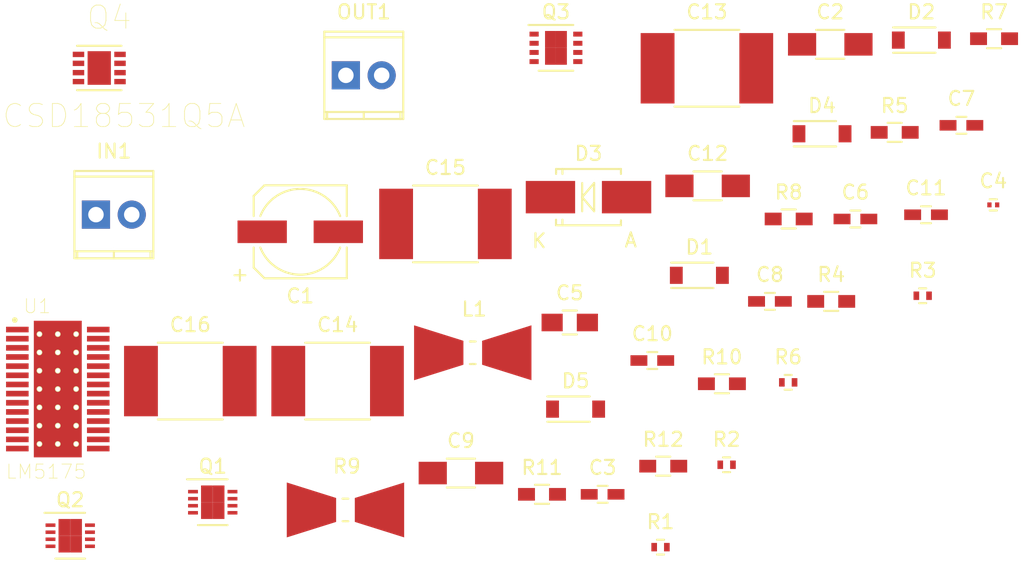
<source format=kicad_pcb>
(kicad_pcb (version 4) (host pcbnew 4.0.5)

  (general
    (links 79)
    (no_connects 79)
    (area 0 0 0 0)
    (thickness 1.6)
    (drawings 0)
    (tracks 0)
    (zones 0)
    (modules 41)
    (nets 24)
  )

  (page A4)
  (layers
    (0 F.Cu signal)
    (31 B.Cu signal)
    (32 B.Adhes user)
    (33 F.Adhes user)
    (34 B.Paste user)
    (35 F.Paste user)
    (36 B.SilkS user)
    (37 F.SilkS user)
    (38 B.Mask user)
    (39 F.Mask user)
    (40 Dwgs.User user)
    (41 Cmts.User user)
    (42 Eco1.User user)
    (43 Eco2.User user)
    (44 Edge.Cuts user)
    (45 Margin user)
    (46 B.CrtYd user)
    (47 F.CrtYd user)
    (48 B.Fab user)
    (49 F.Fab user)
  )

  (setup
    (last_trace_width 0.25)
    (trace_clearance 0.2)
    (zone_clearance 0.508)
    (zone_45_only no)
    (trace_min 0.2)
    (segment_width 0.2)
    (edge_width 0.15)
    (via_size 0.6)
    (via_drill 0.4)
    (via_min_size 0.4)
    (via_min_drill 0.3)
    (uvia_size 0.3)
    (uvia_drill 0.1)
    (uvias_allowed no)
    (uvia_min_size 0.2)
    (uvia_min_drill 0.1)
    (pcb_text_width 0.3)
    (pcb_text_size 1.5 1.5)
    (mod_edge_width 0.15)
    (mod_text_size 1 1)
    (mod_text_width 0.15)
    (pad_size 1.524 1.524)
    (pad_drill 0.762)
    (pad_to_mask_clearance 0.2)
    (aux_axis_origin 0 0)
    (visible_elements FFFFFF7F)
    (pcbplotparams
      (layerselection 0x00030_80000001)
      (usegerberextensions false)
      (excludeedgelayer true)
      (linewidth 0.100000)
      (plotframeref false)
      (viasonmask false)
      (mode 1)
      (useauxorigin false)
      (hpglpennumber 1)
      (hpglpenspeed 20)
      (hpglpendiameter 15)
      (hpglpenoverlay 2)
      (psnegative false)
      (psa4output false)
      (plotreference true)
      (plotvalue true)
      (plotinvisibletext false)
      (padsonsilk false)
      (subtractmaskfromsilk false)
      (outputformat 1)
      (mirror false)
      (drillshape 1)
      (scaleselection 1)
      (outputdirectory ""))
  )

  (net 0 "")
  (net 1 /VINSNS)
  (net 2 Earth)
  (net 3 "Net-(C3-Pad1)")
  (net 4 "Net-(C4-Pad1)")
  (net 5 "Net-(C5-Pad1)")
  (net 6 /VIN)
  (net 7 "Net-(C7-Pad1)")
  (net 8 "Net-(C8-Pad1)")
  (net 9 "Net-(C8-Pad2)")
  (net 10 /ISNS+_1)
  (net 11 "Net-(C10-Pad1)")
  (net 12 /SW1_2)
  (net 13 "Net-(C11-Pad1)")
  (net 14 /SW_2)
  (net 15 "Net-(C12-Pad1)")
  (net 16 "Net-(D1-Pad1)")
  (net 17 "Net-(D2-Pad1)")
  (net 18 /RCS_1)
  (net 19 /EN)
  (net 20 "Net-(R4-Pad1)")
  (net 21 "Net-(R6-Pad1)")
  (net 22 "Net-(R10-Pad2)")
  (net 23 "Net-(R12-Pad2)")

  (net_class Default "This is the default net class."
    (clearance 0.2)
    (trace_width 0.25)
    (via_dia 0.6)
    (via_drill 0.4)
    (uvia_dia 0.3)
    (uvia_drill 0.1)
    (add_net /EN)
    (add_net /ISNS+_1)
    (add_net /RCS_1)
    (add_net /SW1_2)
    (add_net /SW_2)
    (add_net /VIN)
    (add_net /VINSNS)
    (add_net Earth)
    (add_net "Net-(C10-Pad1)")
    (add_net "Net-(C11-Pad1)")
    (add_net "Net-(C12-Pad1)")
    (add_net "Net-(C3-Pad1)")
    (add_net "Net-(C4-Pad1)")
    (add_net "Net-(C5-Pad1)")
    (add_net "Net-(C7-Pad1)")
    (add_net "Net-(C8-Pad1)")
    (add_net "Net-(C8-Pad2)")
    (add_net "Net-(D1-Pad1)")
    (add_net "Net-(D2-Pad1)")
    (add_net "Net-(R10-Pad2)")
    (add_net "Net-(R12-Pad2)")
    (add_net "Net-(R4-Pad1)")
    (add_net "Net-(R6-Pad1)")
  )

  (module Capacitors_SMD:c_elec_6.3x5.7 (layer F.Cu) (tedit 57FA45A4) (tstamp 58A5EE07)
    (at 180.506001 112.8503)
    (descr "SMT capacitor, aluminium electrolytic, 6.3x5.7")
    (path /58A19847)
    (attr smd)
    (fp_text reference C1 (at 0 4.5593) (layer F.SilkS)
      (effects (font (size 1 1) (thickness 0.15)))
    )
    (fp_text value 68uF (at 0 -4.5593) (layer F.Fab)
      (effects (font (size 1 1) (thickness 0.15)))
    )
    (fp_line (start 3.1496 3.1496) (end 3.1496 -3.1496) (layer F.Fab) (width 0.15))
    (fp_line (start -2.4765 3.1496) (end 3.1496 3.1496) (layer F.Fab) (width 0.15))
    (fp_line (start -3.1496 2.4765) (end -2.4765 3.1496) (layer F.Fab) (width 0.15))
    (fp_line (start -3.1496 -2.4765) (end -3.1496 2.4765) (layer F.Fab) (width 0.15))
    (fp_line (start -2.4765 -3.1496) (end -3.1496 -2.4765) (layer F.Fab) (width 0.15))
    (fp_line (start 3.1496 -3.1496) (end -2.4765 -3.1496) (layer F.Fab) (width 0.15))
    (fp_text user + (at -1.7907 -0.0635) (layer F.Fab)
      (effects (font (size 1 1) (thickness 0.15)))
    )
    (fp_arc (start 0 0) (end 2.8321 1.1176) (angle 136.9297483) (layer F.SilkS) (width 0.15))
    (fp_arc (start 0 0) (end -2.8321 -1.1176) (angle 136.9297483) (layer F.SilkS) (width 0.15))
    (fp_line (start 3.302 -3.302) (end 3.302 -1.1176) (layer F.SilkS) (width 0.15))
    (fp_line (start 3.302 3.302) (end 3.302 1.1176) (layer F.SilkS) (width 0.15))
    (fp_line (start -3.302 2.54) (end -3.302 1.1176) (layer F.SilkS) (width 0.15))
    (fp_line (start -3.302 -2.54) (end -3.302 -1.1176) (layer F.SilkS) (width 0.15))
    (fp_text user + (at -4.2799 3.0099) (layer F.SilkS)
      (effects (font (size 1 1) (thickness 0.15)))
    )
    (fp_line (start 4.85 -3.65) (end -4.85 -3.65) (layer F.CrtYd) (width 0.05))
    (fp_line (start -4.85 -3.65) (end -4.85 3.65) (layer F.CrtYd) (width 0.05))
    (fp_line (start -4.85 3.65) (end 4.85 3.65) (layer F.CrtYd) (width 0.05))
    (fp_line (start 4.85 3.65) (end 4.85 -3.65) (layer F.CrtYd) (width 0.05))
    (fp_line (start 3.302 3.302) (end -2.54 3.302) (layer F.SilkS) (width 0.15))
    (fp_line (start -2.54 3.302) (end -3.302 2.54) (layer F.SilkS) (width 0.15))
    (fp_line (start -3.302 -2.54) (end -2.54 -3.302) (layer F.SilkS) (width 0.15))
    (fp_line (start -2.54 -3.302) (end 3.302 -3.302) (layer F.SilkS) (width 0.15))
    (pad 1 smd rect (at -2.7 0 180) (size 3.5 1.6) (layers F.Cu F.Paste F.Mask)
      (net 1 /VINSNS))
    (pad 2 smd rect (at 2.7 0 180) (size 3.5 1.6) (layers F.Cu F.Paste F.Mask)
      (net 2 Earth))
    (model Capacitors_SMD.3dshapes/c_elec_6.3x5.7.wrl
      (at (xyz 0 0 0))
      (scale (xyz 1 1 1))
      (rotate (xyz 0 0 180))
    )
  )

  (module Capacitors_SMD:C_1206_HandSoldering (layer F.Cu) (tedit 541A9C03) (tstamp 58A5EE0D)
    (at 218.106001 99.541)
    (descr "Capacitor SMD 1206, hand soldering")
    (tags "capacitor 1206")
    (path /58A198E4)
    (attr smd)
    (fp_text reference C2 (at 0 -2.3) (layer F.SilkS)
      (effects (font (size 1 1) (thickness 0.15)))
    )
    (fp_text value 10uF (at 0 2.3) (layer F.Fab)
      (effects (font (size 1 1) (thickness 0.15)))
    )
    (fp_line (start -1.6 0.8) (end -1.6 -0.8) (layer F.Fab) (width 0.15))
    (fp_line (start 1.6 0.8) (end -1.6 0.8) (layer F.Fab) (width 0.15))
    (fp_line (start 1.6 -0.8) (end 1.6 0.8) (layer F.Fab) (width 0.15))
    (fp_line (start -1.6 -0.8) (end 1.6 -0.8) (layer F.Fab) (width 0.15))
    (fp_line (start -3.3 -1.15) (end 3.3 -1.15) (layer F.CrtYd) (width 0.05))
    (fp_line (start -3.3 1.15) (end 3.3 1.15) (layer F.CrtYd) (width 0.05))
    (fp_line (start -3.3 -1.15) (end -3.3 1.15) (layer F.CrtYd) (width 0.05))
    (fp_line (start 3.3 -1.15) (end 3.3 1.15) (layer F.CrtYd) (width 0.05))
    (fp_line (start 1 -1.025) (end -1 -1.025) (layer F.SilkS) (width 0.15))
    (fp_line (start -1 1.025) (end 1 1.025) (layer F.SilkS) (width 0.15))
    (pad 1 smd rect (at -2 0) (size 2 1.6) (layers F.Cu F.Paste F.Mask)
      (net 1 /VINSNS))
    (pad 2 smd rect (at 2 0) (size 2 1.6) (layers F.Cu F.Paste F.Mask)
      (net 2 Earth))
    (model Capacitors_SMD.3dshapes/C_1206_HandSoldering.wrl
      (at (xyz 0 0 0))
      (scale (xyz 1 1 1))
      (rotate (xyz 0 0 0))
    )
  )

  (module Capacitors_SMD:C_0603_HandSoldering (layer F.Cu) (tedit 541A9B4D) (tstamp 58A5EE13)
    (at 201.956001 131.491)
    (descr "Capacitor SMD 0603, hand soldering")
    (tags "capacitor 0603")
    (path /58A4F538)
    (attr smd)
    (fp_text reference C3 (at 0 -1.9) (layer F.SilkS)
      (effects (font (size 1 1) (thickness 0.15)))
    )
    (fp_text value 22nF (at 0 1.9) (layer F.Fab)
      (effects (font (size 1 1) (thickness 0.15)))
    )
    (fp_line (start -0.8 0.4) (end -0.8 -0.4) (layer F.Fab) (width 0.15))
    (fp_line (start 0.8 0.4) (end -0.8 0.4) (layer F.Fab) (width 0.15))
    (fp_line (start 0.8 -0.4) (end 0.8 0.4) (layer F.Fab) (width 0.15))
    (fp_line (start -0.8 -0.4) (end 0.8 -0.4) (layer F.Fab) (width 0.15))
    (fp_line (start -1.85 -0.75) (end 1.85 -0.75) (layer F.CrtYd) (width 0.05))
    (fp_line (start -1.85 0.75) (end 1.85 0.75) (layer F.CrtYd) (width 0.05))
    (fp_line (start -1.85 -0.75) (end -1.85 0.75) (layer F.CrtYd) (width 0.05))
    (fp_line (start 1.85 -0.75) (end 1.85 0.75) (layer F.CrtYd) (width 0.05))
    (fp_line (start -0.35 -0.6) (end 0.35 -0.6) (layer F.SilkS) (width 0.15))
    (fp_line (start 0.35 0.6) (end -0.35 0.6) (layer F.SilkS) (width 0.15))
    (pad 1 smd rect (at -0.95 0) (size 1.2 0.75) (layers F.Cu F.Paste F.Mask)
      (net 3 "Net-(C3-Pad1)"))
    (pad 2 smd rect (at 0.95 0) (size 1.2 0.75) (layers F.Cu F.Paste F.Mask)
      (net 2 Earth))
    (model Capacitors_SMD.3dshapes/C_0603_HandSoldering.wrl
      (at (xyz 0 0 0))
      (scale (xyz 1 1 1))
      (rotate (xyz 0 0 0))
    )
  )

  (module Capacitors_SMD:C_0201 (layer F.Cu) (tedit 5415D524) (tstamp 58A5EE19)
    (at 229.672428 110.941)
    (descr "Capacitor SMD 0201, reflow soldering, AVX (see smccp.pdf)")
    (tags "capacitor 0201")
    (path /58A4DE49)
    (attr smd)
    (fp_text reference C4 (at 0 -1.7) (layer F.SilkS)
      (effects (font (size 1 1) (thickness 0.15)))
    )
    (fp_text value 8.2nF (at 0 1.7) (layer F.Fab)
      (effects (font (size 1 1) (thickness 0.15)))
    )
    (fp_line (start -0.3 0.15) (end -0.3 -0.15) (layer F.Fab) (width 0.15))
    (fp_line (start 0.3 0.15) (end -0.3 0.15) (layer F.Fab) (width 0.15))
    (fp_line (start 0.3 -0.15) (end 0.3 0.15) (layer F.Fab) (width 0.15))
    (fp_line (start -0.3 -0.15) (end 0.3 -0.15) (layer F.Fab) (width 0.15))
    (fp_line (start -0.7 -0.55) (end 0.7 -0.55) (layer F.CrtYd) (width 0.05))
    (fp_line (start -0.7 0.55) (end 0.7 0.55) (layer F.CrtYd) (width 0.05))
    (fp_line (start -0.7 -0.55) (end -0.7 0.55) (layer F.CrtYd) (width 0.05))
    (fp_line (start 0.7 -0.55) (end 0.7 0.55) (layer F.CrtYd) (width 0.05))
    (fp_line (start 0.25 0.4) (end -0.25 0.4) (layer F.SilkS) (width 0.15))
    (fp_line (start -0.25 -0.4) (end 0.25 -0.4) (layer F.SilkS) (width 0.15))
    (pad 1 smd rect (at -0.275 0) (size 0.3 0.35) (layers F.Cu F.Paste F.Mask)
      (net 4 "Net-(C4-Pad1)"))
    (pad 2 smd rect (at 0.275 0) (size 0.3 0.35) (layers F.Cu F.Paste F.Mask)
      (net 2 Earth))
    (model Capacitors_SMD.3dshapes/C_0201.wrl
      (at (xyz 0 0 0))
      (scale (xyz 1 1 1))
      (rotate (xyz 0 0 0))
    )
  )

  (module Capacitors_SMD:C_0805_HandSoldering (layer F.Cu) (tedit 541A9B8D) (tstamp 58A5EE1F)
    (at 199.626001 119.291)
    (descr "Capacitor SMD 0805, hand soldering")
    (tags "capacitor 0805")
    (path /58A4DAAE)
    (attr smd)
    (fp_text reference C5 (at 0 -2.1) (layer F.SilkS)
      (effects (font (size 1 1) (thickness 0.15)))
    )
    (fp_text value 27pF (at 0 2.1) (layer F.Fab)
      (effects (font (size 1 1) (thickness 0.15)))
    )
    (fp_line (start -1 0.625) (end -1 -0.625) (layer F.Fab) (width 0.15))
    (fp_line (start 1 0.625) (end -1 0.625) (layer F.Fab) (width 0.15))
    (fp_line (start 1 -0.625) (end 1 0.625) (layer F.Fab) (width 0.15))
    (fp_line (start -1 -0.625) (end 1 -0.625) (layer F.Fab) (width 0.15))
    (fp_line (start -2.3 -1) (end 2.3 -1) (layer F.CrtYd) (width 0.05))
    (fp_line (start -2.3 1) (end 2.3 1) (layer F.CrtYd) (width 0.05))
    (fp_line (start -2.3 -1) (end -2.3 1) (layer F.CrtYd) (width 0.05))
    (fp_line (start 2.3 -1) (end 2.3 1) (layer F.CrtYd) (width 0.05))
    (fp_line (start 0.5 -0.85) (end -0.5 -0.85) (layer F.SilkS) (width 0.15))
    (fp_line (start -0.5 0.85) (end 0.5 0.85) (layer F.SilkS) (width 0.15))
    (pad 1 smd rect (at -1.25 0) (size 1.5 1.25) (layers F.Cu F.Paste F.Mask)
      (net 5 "Net-(C5-Pad1)"))
    (pad 2 smd rect (at 1.25 0) (size 1.5 1.25) (layers F.Cu F.Paste F.Mask)
      (net 2 Earth))
    (model Capacitors_SMD.3dshapes/C_0805_HandSoldering.wrl
      (at (xyz 0 0 0))
      (scale (xyz 1 1 1))
      (rotate (xyz 0 0 0))
    )
  )

  (module Capacitors_SMD:C_0603_HandSoldering (layer F.Cu) (tedit 541A9B4D) (tstamp 58A5EE25)
    (at 219.890524 111.941)
    (descr "Capacitor SMD 0603, hand soldering")
    (tags "capacitor 0603")
    (path /58A19DEB)
    (attr smd)
    (fp_text reference C6 (at 0 -1.9) (layer F.SilkS)
      (effects (font (size 1 1) (thickness 0.15)))
    )
    (fp_text value 220nF (at 0 1.9) (layer F.Fab)
      (effects (font (size 1 1) (thickness 0.15)))
    )
    (fp_line (start -0.8 0.4) (end -0.8 -0.4) (layer F.Fab) (width 0.15))
    (fp_line (start 0.8 0.4) (end -0.8 0.4) (layer F.Fab) (width 0.15))
    (fp_line (start 0.8 -0.4) (end 0.8 0.4) (layer F.Fab) (width 0.15))
    (fp_line (start -0.8 -0.4) (end 0.8 -0.4) (layer F.Fab) (width 0.15))
    (fp_line (start -1.85 -0.75) (end 1.85 -0.75) (layer F.CrtYd) (width 0.05))
    (fp_line (start -1.85 0.75) (end 1.85 0.75) (layer F.CrtYd) (width 0.05))
    (fp_line (start -1.85 -0.75) (end -1.85 0.75) (layer F.CrtYd) (width 0.05))
    (fp_line (start 1.85 -0.75) (end 1.85 0.75) (layer F.CrtYd) (width 0.05))
    (fp_line (start -0.35 -0.6) (end 0.35 -0.6) (layer F.SilkS) (width 0.15))
    (fp_line (start 0.35 0.6) (end -0.35 0.6) (layer F.SilkS) (width 0.15))
    (pad 1 smd rect (at -0.95 0) (size 1.2 0.75) (layers F.Cu F.Paste F.Mask)
      (net 6 /VIN))
    (pad 2 smd rect (at 0.95 0) (size 1.2 0.75) (layers F.Cu F.Paste F.Mask)
      (net 2 Earth))
    (model Capacitors_SMD.3dshapes/C_0603_HandSoldering.wrl
      (at (xyz 0 0 0))
      (scale (xyz 1 1 1))
      (rotate (xyz 0 0 0))
    )
  )

  (module Capacitors_SMD:C_0603_HandSoldering (layer F.Cu) (tedit 541A9B4D) (tstamp 58A5EE2B)
    (at 227.410524 105.291)
    (descr "Capacitor SMD 0603, hand soldering")
    (tags "capacitor 0603")
    (path /58A486B7)
    (attr smd)
    (fp_text reference C7 (at 0 -1.9) (layer F.SilkS)
      (effects (font (size 1 1) (thickness 0.15)))
    )
    (fp_text value 270pF (at 0 1.9) (layer F.Fab)
      (effects (font (size 1 1) (thickness 0.15)))
    )
    (fp_line (start -0.8 0.4) (end -0.8 -0.4) (layer F.Fab) (width 0.15))
    (fp_line (start 0.8 0.4) (end -0.8 0.4) (layer F.Fab) (width 0.15))
    (fp_line (start 0.8 -0.4) (end 0.8 0.4) (layer F.Fab) (width 0.15))
    (fp_line (start -0.8 -0.4) (end 0.8 -0.4) (layer F.Fab) (width 0.15))
    (fp_line (start -1.85 -0.75) (end 1.85 -0.75) (layer F.CrtYd) (width 0.05))
    (fp_line (start -1.85 0.75) (end 1.85 0.75) (layer F.CrtYd) (width 0.05))
    (fp_line (start -1.85 -0.75) (end -1.85 0.75) (layer F.CrtYd) (width 0.05))
    (fp_line (start 1.85 -0.75) (end 1.85 0.75) (layer F.CrtYd) (width 0.05))
    (fp_line (start -0.35 -0.6) (end 0.35 -0.6) (layer F.SilkS) (width 0.15))
    (fp_line (start 0.35 0.6) (end -0.35 0.6) (layer F.SilkS) (width 0.15))
    (pad 1 smd rect (at -0.95 0) (size 1.2 0.75) (layers F.Cu F.Paste F.Mask)
      (net 7 "Net-(C7-Pad1)"))
    (pad 2 smd rect (at 0.95 0) (size 1.2 0.75) (layers F.Cu F.Paste F.Mask)
      (net 2 Earth))
    (model Capacitors_SMD.3dshapes/C_0603_HandSoldering.wrl
      (at (xyz 0 0 0))
      (scale (xyz 1 1 1))
      (rotate (xyz 0 0 0))
    )
  )

  (module Capacitors_SMD:C_0603_HandSoldering (layer F.Cu) (tedit 541A9B4D) (tstamp 58A5EE31)
    (at 213.826001 117.791)
    (descr "Capacitor SMD 0603, hand soldering")
    (tags "capacitor 0603")
    (path /58A47DC6)
    (attr smd)
    (fp_text reference C8 (at 0 -1.9) (layer F.SilkS)
      (effects (font (size 1 1) (thickness 0.15)))
    )
    (fp_text value 47pF (at 0 1.9) (layer F.Fab)
      (effects (font (size 1 1) (thickness 0.15)))
    )
    (fp_line (start -0.8 0.4) (end -0.8 -0.4) (layer F.Fab) (width 0.15))
    (fp_line (start 0.8 0.4) (end -0.8 0.4) (layer F.Fab) (width 0.15))
    (fp_line (start 0.8 -0.4) (end 0.8 0.4) (layer F.Fab) (width 0.15))
    (fp_line (start -0.8 -0.4) (end 0.8 -0.4) (layer F.Fab) (width 0.15))
    (fp_line (start -1.85 -0.75) (end 1.85 -0.75) (layer F.CrtYd) (width 0.05))
    (fp_line (start -1.85 0.75) (end 1.85 0.75) (layer F.CrtYd) (width 0.05))
    (fp_line (start -1.85 -0.75) (end -1.85 0.75) (layer F.CrtYd) (width 0.05))
    (fp_line (start 1.85 -0.75) (end 1.85 0.75) (layer F.CrtYd) (width 0.05))
    (fp_line (start -0.35 -0.6) (end 0.35 -0.6) (layer F.SilkS) (width 0.15))
    (fp_line (start 0.35 0.6) (end -0.35 0.6) (layer F.SilkS) (width 0.15))
    (pad 1 smd rect (at -0.95 0) (size 1.2 0.75) (layers F.Cu F.Paste F.Mask)
      (net 8 "Net-(C8-Pad1)"))
    (pad 2 smd rect (at 0.95 0) (size 1.2 0.75) (layers F.Cu F.Paste F.Mask)
      (net 9 "Net-(C8-Pad2)"))
    (model Capacitors_SMD.3dshapes/C_0603_HandSoldering.wrl
      (at (xyz 0 0 0))
      (scale (xyz 1 1 1))
      (rotate (xyz 0 0 0))
    )
  )

  (module Capacitors_SMD:C_1206_HandSoldering (layer F.Cu) (tedit 541A9C03) (tstamp 58A5EE37)
    (at 191.906001 129.981)
    (descr "Capacitor SMD 1206, hand soldering")
    (tags "capacitor 1206")
    (path /58A42EF3)
    (attr smd)
    (fp_text reference C9 (at 0 -2.3) (layer F.SilkS)
      (effects (font (size 1 1) (thickness 0.15)))
    )
    (fp_text value 1uF (at 0 2.3) (layer F.Fab)
      (effects (font (size 1 1) (thickness 0.15)))
    )
    (fp_line (start -1.6 0.8) (end -1.6 -0.8) (layer F.Fab) (width 0.15))
    (fp_line (start 1.6 0.8) (end -1.6 0.8) (layer F.Fab) (width 0.15))
    (fp_line (start 1.6 -0.8) (end 1.6 0.8) (layer F.Fab) (width 0.15))
    (fp_line (start -1.6 -0.8) (end 1.6 -0.8) (layer F.Fab) (width 0.15))
    (fp_line (start -3.3 -1.15) (end 3.3 -1.15) (layer F.CrtYd) (width 0.05))
    (fp_line (start -3.3 1.15) (end 3.3 1.15) (layer F.CrtYd) (width 0.05))
    (fp_line (start -3.3 -1.15) (end -3.3 1.15) (layer F.CrtYd) (width 0.05))
    (fp_line (start 3.3 -1.15) (end 3.3 1.15) (layer F.CrtYd) (width 0.05))
    (fp_line (start 1 -1.025) (end -1 -1.025) (layer F.SilkS) (width 0.15))
    (fp_line (start -1 1.025) (end 1 1.025) (layer F.SilkS) (width 0.15))
    (pad 1 smd rect (at -2 0) (size 2 1.6) (layers F.Cu F.Paste F.Mask)
      (net 10 /ISNS+_1))
    (pad 2 smd rect (at 2 0) (size 2 1.6) (layers F.Cu F.Paste F.Mask)
      (net 2 Earth))
    (model Capacitors_SMD.3dshapes/C_1206_HandSoldering.wrl
      (at (xyz 0 0 0))
      (scale (xyz 1 1 1))
      (rotate (xyz 0 0 0))
    )
  )

  (module Capacitors_SMD:C_0603_HandSoldering (layer F.Cu) (tedit 541A9B4D) (tstamp 58A5EE3D)
    (at 205.480524 121.991)
    (descr "Capacitor SMD 0603, hand soldering")
    (tags "capacitor 0603")
    (path /58A3F3DD)
    (attr smd)
    (fp_text reference C10 (at 0 -1.9) (layer F.SilkS)
      (effects (font (size 1 1) (thickness 0.15)))
    )
    (fp_text value 100nF (at 0 1.9) (layer F.Fab)
      (effects (font (size 1 1) (thickness 0.15)))
    )
    (fp_line (start -0.8 0.4) (end -0.8 -0.4) (layer F.Fab) (width 0.15))
    (fp_line (start 0.8 0.4) (end -0.8 0.4) (layer F.Fab) (width 0.15))
    (fp_line (start 0.8 -0.4) (end 0.8 0.4) (layer F.Fab) (width 0.15))
    (fp_line (start -0.8 -0.4) (end 0.8 -0.4) (layer F.Fab) (width 0.15))
    (fp_line (start -1.85 -0.75) (end 1.85 -0.75) (layer F.CrtYd) (width 0.05))
    (fp_line (start -1.85 0.75) (end 1.85 0.75) (layer F.CrtYd) (width 0.05))
    (fp_line (start -1.85 -0.75) (end -1.85 0.75) (layer F.CrtYd) (width 0.05))
    (fp_line (start 1.85 -0.75) (end 1.85 0.75) (layer F.CrtYd) (width 0.05))
    (fp_line (start -0.35 -0.6) (end 0.35 -0.6) (layer F.SilkS) (width 0.15))
    (fp_line (start 0.35 0.6) (end -0.35 0.6) (layer F.SilkS) (width 0.15))
    (pad 1 smd rect (at -0.95 0) (size 1.2 0.75) (layers F.Cu F.Paste F.Mask)
      (net 11 "Net-(C10-Pad1)"))
    (pad 2 smd rect (at 0.95 0) (size 1.2 0.75) (layers F.Cu F.Paste F.Mask)
      (net 12 /SW1_2))
    (model Capacitors_SMD.3dshapes/C_0603_HandSoldering.wrl
      (at (xyz 0 0 0))
      (scale (xyz 1 1 1))
      (rotate (xyz 0 0 0))
    )
  )

  (module Capacitors_SMD:C_0603_HandSoldering (layer F.Cu) (tedit 541A9B4D) (tstamp 58A5EE43)
    (at 224.900524 111.641)
    (descr "Capacitor SMD 0603, hand soldering")
    (tags "capacitor 0603")
    (path /58A3D1D8)
    (attr smd)
    (fp_text reference C11 (at 0 -1.9) (layer F.SilkS)
      (effects (font (size 1 1) (thickness 0.15)))
    )
    (fp_text value 100nF (at 0 1.9) (layer F.Fab)
      (effects (font (size 1 1) (thickness 0.15)))
    )
    (fp_line (start -0.8 0.4) (end -0.8 -0.4) (layer F.Fab) (width 0.15))
    (fp_line (start 0.8 0.4) (end -0.8 0.4) (layer F.Fab) (width 0.15))
    (fp_line (start 0.8 -0.4) (end 0.8 0.4) (layer F.Fab) (width 0.15))
    (fp_line (start -0.8 -0.4) (end 0.8 -0.4) (layer F.Fab) (width 0.15))
    (fp_line (start -1.85 -0.75) (end 1.85 -0.75) (layer F.CrtYd) (width 0.05))
    (fp_line (start -1.85 0.75) (end 1.85 0.75) (layer F.CrtYd) (width 0.05))
    (fp_line (start -1.85 -0.75) (end -1.85 0.75) (layer F.CrtYd) (width 0.05))
    (fp_line (start 1.85 -0.75) (end 1.85 0.75) (layer F.CrtYd) (width 0.05))
    (fp_line (start -0.35 -0.6) (end 0.35 -0.6) (layer F.SilkS) (width 0.15))
    (fp_line (start 0.35 0.6) (end -0.35 0.6) (layer F.SilkS) (width 0.15))
    (pad 1 smd rect (at -0.95 0) (size 1.2 0.75) (layers F.Cu F.Paste F.Mask)
      (net 13 "Net-(C11-Pad1)"))
    (pad 2 smd rect (at 0.95 0) (size 1.2 0.75) (layers F.Cu F.Paste F.Mask)
      (net 14 /SW_2))
    (model Capacitors_SMD.3dshapes/C_0603_HandSoldering.wrl
      (at (xyz 0 0 0))
      (scale (xyz 1 1 1))
      (rotate (xyz 0 0 0))
    )
  )

  (module Capacitors_SMD:C_1206_HandSoldering (layer F.Cu) (tedit 541A9C03) (tstamp 58A5EE49)
    (at 209.406001 109.591)
    (descr "Capacitor SMD 1206, hand soldering")
    (tags "capacitor 1206")
    (path /58A4012A)
    (attr smd)
    (fp_text reference C12 (at 0 -2.3) (layer F.SilkS)
      (effects (font (size 1 1) (thickness 0.15)))
    )
    (fp_text value 1uF (at 0 2.3) (layer F.Fab)
      (effects (font (size 1 1) (thickness 0.15)))
    )
    (fp_line (start -1.6 0.8) (end -1.6 -0.8) (layer F.Fab) (width 0.15))
    (fp_line (start 1.6 0.8) (end -1.6 0.8) (layer F.Fab) (width 0.15))
    (fp_line (start 1.6 -0.8) (end 1.6 0.8) (layer F.Fab) (width 0.15))
    (fp_line (start -1.6 -0.8) (end 1.6 -0.8) (layer F.Fab) (width 0.15))
    (fp_line (start -3.3 -1.15) (end 3.3 -1.15) (layer F.CrtYd) (width 0.05))
    (fp_line (start -3.3 1.15) (end 3.3 1.15) (layer F.CrtYd) (width 0.05))
    (fp_line (start -3.3 -1.15) (end -3.3 1.15) (layer F.CrtYd) (width 0.05))
    (fp_line (start 3.3 -1.15) (end 3.3 1.15) (layer F.CrtYd) (width 0.05))
    (fp_line (start 1 -1.025) (end -1 -1.025) (layer F.SilkS) (width 0.15))
    (fp_line (start -1 1.025) (end 1 1.025) (layer F.SilkS) (width 0.15))
    (pad 1 smd rect (at -2 0) (size 2 1.6) (layers F.Cu F.Paste F.Mask)
      (net 15 "Net-(C12-Pad1)"))
    (pad 2 smd rect (at 2 0) (size 2 1.6) (layers F.Cu F.Paste F.Mask)
      (net 2 Earth))
    (model Capacitors_SMD.3dshapes/C_1206_HandSoldering.wrl
      (at (xyz 0 0 0))
      (scale (xyz 1 1 1))
      (rotate (xyz 0 0 0))
    )
  )

  (module Capacitors_SMD:C_2220_HandSoldering (layer F.Cu) (tedit 541A9D48) (tstamp 58A5EE4F)
    (at 209.356001 101.241)
    (descr "Capacitor SMD 2220, hand soldering")
    (tags "capacitor 2220")
    (path /58A1D1A5)
    (attr smd)
    (fp_text reference C13 (at 0 -4) (layer F.SilkS)
      (effects (font (size 1 1) (thickness 0.15)))
    )
    (fp_text value 4.7uF (at 0 4) (layer F.Fab)
      (effects (font (size 1 1) (thickness 0.15)))
    )
    (fp_line (start -2.75 2.5) (end -2.75 -2.5) (layer F.Fab) (width 0.15))
    (fp_line (start 2.75 2.5) (end -2.75 2.5) (layer F.Fab) (width 0.15))
    (fp_line (start 2.75 -2.5) (end 2.75 2.5) (layer F.Fab) (width 0.15))
    (fp_line (start -2.75 -2.5) (end 2.75 -2.5) (layer F.Fab) (width 0.15))
    (fp_line (start -5 -2.85) (end 5 -2.85) (layer F.CrtYd) (width 0.05))
    (fp_line (start -5 2.85) (end 5 2.85) (layer F.CrtYd) (width 0.05))
    (fp_line (start -5 -2.85) (end -5 2.85) (layer F.CrtYd) (width 0.05))
    (fp_line (start 5 -2.85) (end 5 2.85) (layer F.CrtYd) (width 0.05))
    (fp_line (start 2.3 -2.725) (end -2.3 -2.725) (layer F.SilkS) (width 0.15))
    (fp_line (start -2.3 2.725) (end 2.3 2.725) (layer F.SilkS) (width 0.15))
    (pad 1 smd rect (at -3.5 0) (size 2.4 5) (layers F.Cu F.Paste F.Mask)
      (net 10 /ISNS+_1))
    (pad 2 smd rect (at 3.5 0) (size 2.4 5) (layers F.Cu F.Paste F.Mask)
      (net 2 Earth))
    (model Capacitors_SMD.3dshapes/C_2220_HandSoldering.wrl
      (at (xyz 0 0 0))
      (scale (xyz 1 1 1))
      (rotate (xyz 0 0 0))
    )
  )

  (module Capacitors_SMD:C_2220_HandSoldering (layer F.Cu) (tedit 541A9D48) (tstamp 58A5EE55)
    (at 183.156001 123.451)
    (descr "Capacitor SMD 2220, hand soldering")
    (tags "capacitor 2220")
    (path /58A1D232)
    (attr smd)
    (fp_text reference C14 (at 0 -4) (layer F.SilkS)
      (effects (font (size 1 1) (thickness 0.15)))
    )
    (fp_text value 4.7uF (at 0 4) (layer F.Fab)
      (effects (font (size 1 1) (thickness 0.15)))
    )
    (fp_line (start -2.75 2.5) (end -2.75 -2.5) (layer F.Fab) (width 0.15))
    (fp_line (start 2.75 2.5) (end -2.75 2.5) (layer F.Fab) (width 0.15))
    (fp_line (start 2.75 -2.5) (end 2.75 2.5) (layer F.Fab) (width 0.15))
    (fp_line (start -2.75 -2.5) (end 2.75 -2.5) (layer F.Fab) (width 0.15))
    (fp_line (start -5 -2.85) (end 5 -2.85) (layer F.CrtYd) (width 0.05))
    (fp_line (start -5 2.85) (end 5 2.85) (layer F.CrtYd) (width 0.05))
    (fp_line (start -5 -2.85) (end -5 2.85) (layer F.CrtYd) (width 0.05))
    (fp_line (start 5 -2.85) (end 5 2.85) (layer F.CrtYd) (width 0.05))
    (fp_line (start 2.3 -2.725) (end -2.3 -2.725) (layer F.SilkS) (width 0.15))
    (fp_line (start -2.3 2.725) (end 2.3 2.725) (layer F.SilkS) (width 0.15))
    (pad 1 smd rect (at -3.5 0) (size 2.4 5) (layers F.Cu F.Paste F.Mask)
      (net 10 /ISNS+_1))
    (pad 2 smd rect (at 3.5 0) (size 2.4 5) (layers F.Cu F.Paste F.Mask)
      (net 2 Earth))
    (model Capacitors_SMD.3dshapes/C_2220_HandSoldering.wrl
      (at (xyz 0 0 0))
      (scale (xyz 1 1 1))
      (rotate (xyz 0 0 0))
    )
  )

  (module Capacitors_SMD:C_2220_HandSoldering (layer F.Cu) (tedit 541A9D48) (tstamp 58A5EE5B)
    (at 190.806001 112.291)
    (descr "Capacitor SMD 2220, hand soldering")
    (tags "capacitor 2220")
    (path /58A1D291)
    (attr smd)
    (fp_text reference C15 (at 0 -4) (layer F.SilkS)
      (effects (font (size 1 1) (thickness 0.15)))
    )
    (fp_text value 4.7uF (at 0 4) (layer F.Fab)
      (effects (font (size 1 1) (thickness 0.15)))
    )
    (fp_line (start -2.75 2.5) (end -2.75 -2.5) (layer F.Fab) (width 0.15))
    (fp_line (start 2.75 2.5) (end -2.75 2.5) (layer F.Fab) (width 0.15))
    (fp_line (start 2.75 -2.5) (end 2.75 2.5) (layer F.Fab) (width 0.15))
    (fp_line (start -2.75 -2.5) (end 2.75 -2.5) (layer F.Fab) (width 0.15))
    (fp_line (start -5 -2.85) (end 5 -2.85) (layer F.CrtYd) (width 0.05))
    (fp_line (start -5 2.85) (end 5 2.85) (layer F.CrtYd) (width 0.05))
    (fp_line (start -5 -2.85) (end -5 2.85) (layer F.CrtYd) (width 0.05))
    (fp_line (start 5 -2.85) (end 5 2.85) (layer F.CrtYd) (width 0.05))
    (fp_line (start 2.3 -2.725) (end -2.3 -2.725) (layer F.SilkS) (width 0.15))
    (fp_line (start -2.3 2.725) (end 2.3 2.725) (layer F.SilkS) (width 0.15))
    (pad 1 smd rect (at -3.5 0) (size 2.4 5) (layers F.Cu F.Paste F.Mask)
      (net 10 /ISNS+_1))
    (pad 2 smd rect (at 3.5 0) (size 2.4 5) (layers F.Cu F.Paste F.Mask)
      (net 2 Earth))
    (model Capacitors_SMD.3dshapes/C_2220_HandSoldering.wrl
      (at (xyz 0 0 0))
      (scale (xyz 1 1 1))
      (rotate (xyz 0 0 0))
    )
  )

  (module Capacitors_SMD:C_2220_HandSoldering (layer F.Cu) (tedit 541A9D48) (tstamp 58A5EE61)
    (at 172.706001 123.451)
    (descr "Capacitor SMD 2220, hand soldering")
    (tags "capacitor 2220")
    (path /58A1D5B1)
    (attr smd)
    (fp_text reference C16 (at 0 -4) (layer F.SilkS)
      (effects (font (size 1 1) (thickness 0.15)))
    )
    (fp_text value 15uF (at 0 4) (layer F.Fab)
      (effects (font (size 1 1) (thickness 0.15)))
    )
    (fp_line (start -2.75 2.5) (end -2.75 -2.5) (layer F.Fab) (width 0.15))
    (fp_line (start 2.75 2.5) (end -2.75 2.5) (layer F.Fab) (width 0.15))
    (fp_line (start 2.75 -2.5) (end 2.75 2.5) (layer F.Fab) (width 0.15))
    (fp_line (start -2.75 -2.5) (end 2.75 -2.5) (layer F.Fab) (width 0.15))
    (fp_line (start -5 -2.85) (end 5 -2.85) (layer F.CrtYd) (width 0.05))
    (fp_line (start -5 2.85) (end 5 2.85) (layer F.CrtYd) (width 0.05))
    (fp_line (start -5 -2.85) (end -5 2.85) (layer F.CrtYd) (width 0.05))
    (fp_line (start 5 -2.85) (end 5 2.85) (layer F.CrtYd) (width 0.05))
    (fp_line (start 2.3 -2.725) (end -2.3 -2.725) (layer F.SilkS) (width 0.15))
    (fp_line (start -2.3 2.725) (end 2.3 2.725) (layer F.SilkS) (width 0.15))
    (pad 1 smd rect (at -3.5 0) (size 2.4 5) (layers F.Cu F.Paste F.Mask)
      (net 10 /ISNS+_1))
    (pad 2 smd rect (at 3.5 0) (size 2.4 5) (layers F.Cu F.Paste F.Mask)
      (net 2 Earth))
    (model Capacitors_SMD.3dshapes/C_2220_HandSoldering.wrl
      (at (xyz 0 0 0))
      (scale (xyz 1 1 1))
      (rotate (xyz 0 0 0))
    )
  )

  (module Diodes_SMD:SOD-123 (layer F.Cu) (tedit 5753A53E) (tstamp 58A5EE67)
    (at 208.819095 115.941)
    (descr SOD-123)
    (tags SOD-123)
    (path /58A19D41)
    (attr smd)
    (fp_text reference D1 (at 0 -2) (layer F.SilkS)
      (effects (font (size 1 1) (thickness 0.15)))
    )
    (fp_text value SS24FL (at 0 2.1) (layer F.Fab)
      (effects (font (size 1 1) (thickness 0.15)))
    )
    (fp_line (start 0.25 0) (end 0.75 0) (layer F.Fab) (width 0.15))
    (fp_line (start 0.25 0.4) (end -0.35 0) (layer F.Fab) (width 0.15))
    (fp_line (start 0.25 -0.4) (end 0.25 0.4) (layer F.Fab) (width 0.15))
    (fp_line (start -0.35 0) (end 0.25 -0.4) (layer F.Fab) (width 0.15))
    (fp_line (start -0.35 0) (end -0.35 0.55) (layer F.Fab) (width 0.15))
    (fp_line (start -0.35 0) (end -0.35 -0.55) (layer F.Fab) (width 0.15))
    (fp_line (start -0.75 0) (end -0.35 0) (layer F.Fab) (width 0.15))
    (fp_line (start -1.35 0.8) (end -1.35 -0.8) (layer F.Fab) (width 0.15))
    (fp_line (start 1.35 0.8) (end -1.35 0.8) (layer F.Fab) (width 0.15))
    (fp_line (start 1.35 -0.8) (end 1.35 0.8) (layer F.Fab) (width 0.15))
    (fp_line (start -1.35 -0.8) (end 1.35 -0.8) (layer F.Fab) (width 0.15))
    (fp_line (start -2.25 -1.05) (end 2.25 -1.05) (layer F.CrtYd) (width 0.05))
    (fp_line (start 2.25 -1.05) (end 2.25 1.05) (layer F.CrtYd) (width 0.05))
    (fp_line (start 2.25 1.05) (end -2.25 1.05) (layer F.CrtYd) (width 0.05))
    (fp_line (start -2.25 -1.05) (end -2.25 1.05) (layer F.CrtYd) (width 0.05))
    (fp_line (start -2 0.9) (end 1 0.9) (layer F.SilkS) (width 0.15))
    (fp_line (start -2 -0.9) (end 1 -0.9) (layer F.SilkS) (width 0.15))
    (pad 1 smd rect (at -1.635 0) (size 0.91 1.22) (layers F.Cu F.Paste F.Mask)
      (net 16 "Net-(D1-Pad1)"))
    (pad 2 smd rect (at 1.635 0) (size 0.91 1.22) (layers F.Cu F.Paste F.Mask)
      (net 1 /VINSNS))
    (model ${KISYS3DMOD}/Diodes_SMD.3dshapes/SOD-123.wrl
      (at (xyz 0 0 0))
      (scale (xyz 1 1 1))
      (rotate (xyz 0 0 0))
    )
  )

  (module Diodes_SMD:SOD-123 (layer F.Cu) (tedit 5753A53E) (tstamp 58A5EE6D)
    (at 224.569095 99.241)
    (descr SOD-123)
    (tags SOD-123)
    (path /58A1BBB0)
    (attr smd)
    (fp_text reference D2 (at 0 -2) (layer F.SilkS)
      (effects (font (size 1 1) (thickness 0.15)))
    )
    (fp_text value SS24FL (at 0 2.1) (layer F.Fab)
      (effects (font (size 1 1) (thickness 0.15)))
    )
    (fp_line (start 0.25 0) (end 0.75 0) (layer F.Fab) (width 0.15))
    (fp_line (start 0.25 0.4) (end -0.35 0) (layer F.Fab) (width 0.15))
    (fp_line (start 0.25 -0.4) (end 0.25 0.4) (layer F.Fab) (width 0.15))
    (fp_line (start -0.35 0) (end 0.25 -0.4) (layer F.Fab) (width 0.15))
    (fp_line (start -0.35 0) (end -0.35 0.55) (layer F.Fab) (width 0.15))
    (fp_line (start -0.35 0) (end -0.35 -0.55) (layer F.Fab) (width 0.15))
    (fp_line (start -0.75 0) (end -0.35 0) (layer F.Fab) (width 0.15))
    (fp_line (start -1.35 0.8) (end -1.35 -0.8) (layer F.Fab) (width 0.15))
    (fp_line (start 1.35 0.8) (end -1.35 0.8) (layer F.Fab) (width 0.15))
    (fp_line (start 1.35 -0.8) (end 1.35 0.8) (layer F.Fab) (width 0.15))
    (fp_line (start -1.35 -0.8) (end 1.35 -0.8) (layer F.Fab) (width 0.15))
    (fp_line (start -2.25 -1.05) (end 2.25 -1.05) (layer F.CrtYd) (width 0.05))
    (fp_line (start 2.25 -1.05) (end 2.25 1.05) (layer F.CrtYd) (width 0.05))
    (fp_line (start 2.25 1.05) (end -2.25 1.05) (layer F.CrtYd) (width 0.05))
    (fp_line (start -2.25 -1.05) (end -2.25 1.05) (layer F.CrtYd) (width 0.05))
    (fp_line (start -2 0.9) (end 1 0.9) (layer F.SilkS) (width 0.15))
    (fp_line (start -2 -0.9) (end 1 -0.9) (layer F.SilkS) (width 0.15))
    (pad 1 smd rect (at -1.635 0) (size 0.91 1.22) (layers F.Cu F.Paste F.Mask)
      (net 17 "Net-(D2-Pad1)"))
    (pad 2 smd rect (at 1.635 0) (size 0.91 1.22) (layers F.Cu F.Paste F.Mask)
      (net 18 /RCS_1))
    (model ${KISYS3DMOD}/Diodes_SMD.3dshapes/SOD-123.wrl
      (at (xyz 0 0 0))
      (scale (xyz 1 1 1))
      (rotate (xyz 0 0 0))
    )
  )

  (module Diodes_SMD:SMB_Handsoldering (layer F.Cu) (tedit 552FF2F0) (tstamp 58A5EE73)
    (at 200.956001 110.391)
    (descr "Diode SMB Handsoldering")
    (tags "Diode SMB Handsoldering")
    (path /58A1C984)
    (attr smd)
    (fp_text reference D3 (at 0 -3.1) (layer F.SilkS)
      (effects (font (size 1 1) (thickness 0.15)))
    )
    (fp_text value B260-13-F (at 0.1 4.75) (layer F.Fab)
      (effects (font (size 1 1) (thickness 0.15)))
    )
    (fp_line (start -4.7 -2.25) (end 4.7 -2.25) (layer F.CrtYd) (width 0.05))
    (fp_line (start 4.7 -2.25) (end 4.7 2.25) (layer F.CrtYd) (width 0.05))
    (fp_line (start 4.7 2.25) (end -4.7 2.25) (layer F.CrtYd) (width 0.05))
    (fp_line (start -4.7 2.25) (end -4.7 -2.25) (layer F.CrtYd) (width 0.05))
    (fp_line (start -0.44958 0) (end 0.39878 -1.00076) (layer F.SilkS) (width 0.15))
    (fp_line (start 0.39878 -1.00076) (end 0.39878 1.00076) (layer F.SilkS) (width 0.15))
    (fp_line (start 0.39878 1.00076) (end -0.44958 0) (layer F.SilkS) (width 0.15))
    (fp_line (start -0.44958 0) (end -0.44958 1.00076) (layer F.SilkS) (width 0.15))
    (fp_line (start -0.44958 0) (end -0.44958 -1.00076) (layer F.SilkS) (width 0.15))
    (fp_text user K (at -3.5 3.1) (layer F.SilkS)
      (effects (font (size 1 1) (thickness 0.15)))
    )
    (fp_text user A (at 3 3.05) (layer F.SilkS)
      (effects (font (size 1 1) (thickness 0.15)))
    )
    (fp_line (start -2.30632 1.8) (end -2.30632 1.6002) (layer F.SilkS) (width 0.15))
    (fp_line (start -1.84928 1.8) (end -1.84928 1.601) (layer F.SilkS) (width 0.15))
    (fp_line (start 2.30124 1.8) (end 2.30124 1.651) (layer F.SilkS) (width 0.15))
    (fp_line (start -2.30124 -1.8) (end -2.30124 -1.651) (layer F.SilkS) (width 0.15))
    (fp_line (start -1.84928 -1.8) (end -1.84928 -1.651) (layer F.SilkS) (width 0.15))
    (fp_line (start 2.30124 -1.8) (end 2.30124 -1.651) (layer F.SilkS) (width 0.15))
    (fp_line (start -1.84928 1.94898) (end -1.84928 1.75086) (layer F.SilkS) (width 0.15))
    (fp_line (start -1.84928 -1.99898) (end -1.84928 -1.80086) (layer F.SilkS) (width 0.15))
    (fp_line (start 2.29616 1.99644) (end 2.29616 1.79832) (layer F.SilkS) (width 0.15))
    (fp_line (start -2.30632 1.99644) (end 2.29616 1.99644) (layer F.SilkS) (width 0.15))
    (fp_line (start -2.30632 1.99644) (end -2.30632 1.79832) (layer F.SilkS) (width 0.15))
    (fp_line (start -2.30124 -1.99898) (end -2.30124 -1.80086) (layer F.SilkS) (width 0.15))
    (fp_line (start -2.30124 -1.99898) (end 2.30124 -1.99898) (layer F.SilkS) (width 0.15))
    (fp_line (start 2.30124 -1.99898) (end 2.30124 -1.80086) (layer F.SilkS) (width 0.15))
    (pad 1 smd rect (at -2.70002 0) (size 3.50012 2.30124) (layers F.Cu F.Paste F.Mask)
      (net 10 /ISNS+_1))
    (pad 2 smd rect (at 2.70002 0) (size 3.50012 2.30124) (layers F.Cu F.Paste F.Mask)
      (net 2 Earth))
    (model Diodes_SMD.3dshapes/SMB_Handsoldering.wrl
      (at (xyz 0 0 0))
      (scale (xyz 0.3937 0.3937 0.3937))
      (rotate (xyz 0 0 180))
    )
  )

  (module Diodes_SMD:SOD-123 (layer F.Cu) (tedit 5753A53E) (tstamp 58A5EE79)
    (at 217.519095 105.891)
    (descr SOD-123)
    (tags SOD-123)
    (path /58A3F309)
    (attr smd)
    (fp_text reference D4 (at 0 -2) (layer F.SilkS)
      (effects (font (size 1 1) (thickness 0.15)))
    )
    (fp_text value SS24FL (at 0 2.1) (layer F.Fab)
      (effects (font (size 1 1) (thickness 0.15)))
    )
    (fp_line (start 0.25 0) (end 0.75 0) (layer F.Fab) (width 0.15))
    (fp_line (start 0.25 0.4) (end -0.35 0) (layer F.Fab) (width 0.15))
    (fp_line (start 0.25 -0.4) (end 0.25 0.4) (layer F.Fab) (width 0.15))
    (fp_line (start -0.35 0) (end 0.25 -0.4) (layer F.Fab) (width 0.15))
    (fp_line (start -0.35 0) (end -0.35 0.55) (layer F.Fab) (width 0.15))
    (fp_line (start -0.35 0) (end -0.35 -0.55) (layer F.Fab) (width 0.15))
    (fp_line (start -0.75 0) (end -0.35 0) (layer F.Fab) (width 0.15))
    (fp_line (start -1.35 0.8) (end -1.35 -0.8) (layer F.Fab) (width 0.15))
    (fp_line (start 1.35 0.8) (end -1.35 0.8) (layer F.Fab) (width 0.15))
    (fp_line (start 1.35 -0.8) (end 1.35 0.8) (layer F.Fab) (width 0.15))
    (fp_line (start -1.35 -0.8) (end 1.35 -0.8) (layer F.Fab) (width 0.15))
    (fp_line (start -2.25 -1.05) (end 2.25 -1.05) (layer F.CrtYd) (width 0.05))
    (fp_line (start 2.25 -1.05) (end 2.25 1.05) (layer F.CrtYd) (width 0.05))
    (fp_line (start 2.25 1.05) (end -2.25 1.05) (layer F.CrtYd) (width 0.05))
    (fp_line (start -2.25 -1.05) (end -2.25 1.05) (layer F.CrtYd) (width 0.05))
    (fp_line (start -2 0.9) (end 1 0.9) (layer F.SilkS) (width 0.15))
    (fp_line (start -2 -0.9) (end 1 -0.9) (layer F.SilkS) (width 0.15))
    (pad 1 smd rect (at -1.635 0) (size 0.91 1.22) (layers F.Cu F.Paste F.Mask)
      (net 11 "Net-(C10-Pad1)"))
    (pad 2 smd rect (at 1.635 0) (size 0.91 1.22) (layers F.Cu F.Paste F.Mask)
      (net 15 "Net-(C12-Pad1)"))
    (model ${KISYS3DMOD}/Diodes_SMD.3dshapes/SOD-123.wrl
      (at (xyz 0 0 0))
      (scale (xyz 1 1 1))
      (rotate (xyz 0 0 0))
    )
  )

  (module Diodes_SMD:SOD-123 (layer F.Cu) (tedit 5753A53E) (tstamp 58A5EE7F)
    (at 200.039095 125.441)
    (descr SOD-123)
    (tags SOD-123)
    (path /58A3FC67)
    (attr smd)
    (fp_text reference D5 (at 0 -2) (layer F.SilkS)
      (effects (font (size 1 1) (thickness 0.15)))
    )
    (fp_text value SS24FL (at 0 2.1) (layer F.Fab)
      (effects (font (size 1 1) (thickness 0.15)))
    )
    (fp_line (start 0.25 0) (end 0.75 0) (layer F.Fab) (width 0.15))
    (fp_line (start 0.25 0.4) (end -0.35 0) (layer F.Fab) (width 0.15))
    (fp_line (start 0.25 -0.4) (end 0.25 0.4) (layer F.Fab) (width 0.15))
    (fp_line (start -0.35 0) (end 0.25 -0.4) (layer F.Fab) (width 0.15))
    (fp_line (start -0.35 0) (end -0.35 0.55) (layer F.Fab) (width 0.15))
    (fp_line (start -0.35 0) (end -0.35 -0.55) (layer F.Fab) (width 0.15))
    (fp_line (start -0.75 0) (end -0.35 0) (layer F.Fab) (width 0.15))
    (fp_line (start -1.35 0.8) (end -1.35 -0.8) (layer F.Fab) (width 0.15))
    (fp_line (start 1.35 0.8) (end -1.35 0.8) (layer F.Fab) (width 0.15))
    (fp_line (start 1.35 -0.8) (end 1.35 0.8) (layer F.Fab) (width 0.15))
    (fp_line (start -1.35 -0.8) (end 1.35 -0.8) (layer F.Fab) (width 0.15))
    (fp_line (start -2.25 -1.05) (end 2.25 -1.05) (layer F.CrtYd) (width 0.05))
    (fp_line (start 2.25 -1.05) (end 2.25 1.05) (layer F.CrtYd) (width 0.05))
    (fp_line (start 2.25 1.05) (end -2.25 1.05) (layer F.CrtYd) (width 0.05))
    (fp_line (start -2.25 -1.05) (end -2.25 1.05) (layer F.CrtYd) (width 0.05))
    (fp_line (start -2 0.9) (end 1 0.9) (layer F.SilkS) (width 0.15))
    (fp_line (start -2 -0.9) (end 1 -0.9) (layer F.SilkS) (width 0.15))
    (pad 1 smd rect (at -1.635 0) (size 0.91 1.22) (layers F.Cu F.Paste F.Mask)
      (net 13 "Net-(C11-Pad1)"))
    (pad 2 smd rect (at 1.635 0) (size 0.91 1.22) (layers F.Cu F.Paste F.Mask)
      (net 15 "Net-(C12-Pad1)"))
    (model ${KISYS3DMOD}/Diodes_SMD.3dshapes/SOD-123.wrl
      (at (xyz 0 0 0))
      (scale (xyz 1 1 1))
      (rotate (xyz 0 0 0))
    )
  )

  (module Terminal_Blocks:TerminalBlock_Pheonix_MPT-2.54mm_2pol (layer F.Cu) (tedit 0) (tstamp 58A5EE85)
    (at 166.013382 111.63188)
    (descr "2-way 2.54mm pitch terminal block, Phoenix MPT series")
    (path /58A19743)
    (fp_text reference IN1 (at 1.27 -4.50088) (layer F.SilkS)
      (effects (font (size 1 1) (thickness 0.15)))
    )
    (fp_text value Screw_Terminal_1x02 (at 1.27 4.50088) (layer F.Fab)
      (effects (font (size 1 1) (thickness 0.15)))
    )
    (fp_line (start -1.7 -3.3) (end 4.3 -3.3) (layer F.CrtYd) (width 0.05))
    (fp_line (start -1.7 3.3) (end -1.7 -3.3) (layer F.CrtYd) (width 0.05))
    (fp_line (start 4.3 3.3) (end -1.7 3.3) (layer F.CrtYd) (width 0.05))
    (fp_line (start 4.3 -3.3) (end 4.3 3.3) (layer F.CrtYd) (width 0.05))
    (fp_line (start 4.06908 2.60096) (end -1.52908 2.60096) (layer F.SilkS) (width 0.15))
    (fp_line (start -1.33096 3.0988) (end -1.33096 2.60096) (layer F.SilkS) (width 0.15))
    (fp_line (start 3.87096 2.60096) (end 3.87096 3.0988) (layer F.SilkS) (width 0.15))
    (fp_line (start 1.27 3.0988) (end 1.27 2.60096) (layer F.SilkS) (width 0.15))
    (fp_line (start -1.52908 -2.70002) (end 4.06908 -2.70002) (layer F.SilkS) (width 0.15))
    (fp_line (start -1.52908 3.0988) (end 4.06908 3.0988) (layer F.SilkS) (width 0.15))
    (fp_line (start 4.06908 3.0988) (end 4.06908 -3.0988) (layer F.SilkS) (width 0.15))
    (fp_line (start 4.06908 -3.0988) (end -1.52908 -3.0988) (layer F.SilkS) (width 0.15))
    (fp_line (start -1.52908 -3.0988) (end -1.52908 3.0988) (layer F.SilkS) (width 0.15))
    (pad 2 thru_hole oval (at 2.54 0) (size 1.99898 1.99898) (drill 1.09728) (layers *.Cu *.Mask)
      (net 2 Earth))
    (pad 1 thru_hole rect (at 0 0) (size 1.99898 1.99898) (drill 1.09728) (layers *.Cu *.Mask)
      (net 1 /VINSNS))
    (model Terminal_Blocks.3dshapes/TerminalBlock_Pheonix_MPT-2.54mm_2pol.wrl
      (at (xyz 0.05 0 0))
      (scale (xyz 1 1 1))
      (rotate (xyz 0 0 0))
    )
  )

  (module Resistors_Universal:Resistor_SMDuniversal_0805to2512_HandSoldering (layer F.Cu) (tedit 0) (tstamp 58A5EE8B)
    (at 192.74406 121.4398)
    (descr "Resistor, SMD, universal, 0805 to 2512, Hand soldering,")
    (tags "Resistor, SMD, universal, 0805 to 2512, Hand soldering,")
    (path /58A1BAB1)
    (fp_text reference L1 (at 0.09906 -3.0988) (layer F.SilkS)
      (effects (font (size 1 1) (thickness 0.15)))
    )
    (fp_text value 8.2uH (at -0.39878 4.20116) (layer F.Fab)
      (effects (font (size 1 1) (thickness 0.15)))
    )
    (fp_line (start 0 0.8001) (end 0.20066 0.8001) (layer F.SilkS) (width 0.15))
    (fp_line (start 0 0.8001) (end -0.20066 0.8001) (layer F.SilkS) (width 0.15))
    (fp_line (start -0.09906 -0.8001) (end -0.20066 -0.8001) (layer F.SilkS) (width 0.15))
    (fp_line (start -0.20066 -0.8001) (end 0.20066 -0.8001) (layer F.SilkS) (width 0.15))
    (pad 1 smd trapezoid (at -2.413 0) (size 3.50012 2.79908) (rect_delta 1.09982 0 ) (layers F.Cu F.Paste F.Mask)
      (net 17 "Net-(D2-Pad1)"))
    (pad 2 smd trapezoid (at 2.413 0 180) (size 3.50012 2.79908) (rect_delta 1.09982 0 ) (layers F.Cu F.Paste F.Mask)
      (net 2 Earth))
  )

  (module Connectors_Terminal_Blocks:TerminalBlock_Pheonix_MPT-2.54mm_2pol (layer F.Cu) (tedit 0) (tstamp 58A5EE91)
    (at 183.743382 101.74188)
    (descr "2-way 2.54mm pitch terminal block, Phoenix MPT series")
    (path /58A1D620)
    (fp_text reference OUT1 (at 1.27 -4.50088) (layer F.SilkS)
      (effects (font (size 1 1) (thickness 0.15)))
    )
    (fp_text value Screw_Terminal_1x02 (at 1.27 4.50088) (layer F.Fab)
      (effects (font (size 1 1) (thickness 0.15)))
    )
    (fp_line (start -1.7 -3.3) (end 4.3 -3.3) (layer F.CrtYd) (width 0.05))
    (fp_line (start -1.7 3.3) (end -1.7 -3.3) (layer F.CrtYd) (width 0.05))
    (fp_line (start 4.3 3.3) (end -1.7 3.3) (layer F.CrtYd) (width 0.05))
    (fp_line (start 4.3 -3.3) (end 4.3 3.3) (layer F.CrtYd) (width 0.05))
    (fp_line (start 4.06908 2.60096) (end -1.52908 2.60096) (layer F.SilkS) (width 0.15))
    (fp_line (start -1.33096 3.0988) (end -1.33096 2.60096) (layer F.SilkS) (width 0.15))
    (fp_line (start 3.87096 2.60096) (end 3.87096 3.0988) (layer F.SilkS) (width 0.15))
    (fp_line (start 1.27 3.0988) (end 1.27 2.60096) (layer F.SilkS) (width 0.15))
    (fp_line (start -1.52908 -2.70002) (end 4.06908 -2.70002) (layer F.SilkS) (width 0.15))
    (fp_line (start -1.52908 3.0988) (end 4.06908 3.0988) (layer F.SilkS) (width 0.15))
    (fp_line (start 4.06908 3.0988) (end 4.06908 -3.0988) (layer F.SilkS) (width 0.15))
    (fp_line (start 4.06908 -3.0988) (end -1.52908 -3.0988) (layer F.SilkS) (width 0.15))
    (fp_line (start -1.52908 -3.0988) (end -1.52908 3.0988) (layer F.SilkS) (width 0.15))
    (pad 2 thru_hole oval (at 2.54 0) (size 1.99898 1.99898) (drill 1.09728) (layers *.Cu *.Mask)
      (net 10 /ISNS+_1))
    (pad 1 thru_hole rect (at 0 0) (size 1.99898 1.99898) (drill 1.09728) (layers *.Cu *.Mask)
      (net 2 Earth))
    (model Terminal_Blocks.3dshapes/TerminalBlock_Pheonix_MPT-2.54mm_2pol.wrl
      (at (xyz 0.05 0 0))
      (scale (xyz 1 1 1))
      (rotate (xyz 0 0 0))
    )
  )

  (module Housings_DFN_QFN:DFN-8-1EP_3x3mm_Pitch0.5mm (layer F.Cu) (tedit 54130A77) (tstamp 58A5EEA1)
    (at 174.298143 132.051)
    (descr "DD Package; 8-Lead Plastic DFN (3mm x 3mm) (see Linear Technology DFN_8_05-08-1698.pdf)")
    (tags "DFN 0.5")
    (path /58A1AB23)
    (attr smd)
    (fp_text reference Q1 (at 0 -2.55) (layer F.SilkS)
      (effects (font (size 1 1) (thickness 0.15)))
    )
    (fp_text value CSD16323Q3 (at 0 2.55) (layer F.Fab)
      (effects (font (size 1 1) (thickness 0.15)))
    )
    (fp_line (start -0.5 -1.5) (end 1.5 -1.5) (layer F.Fab) (width 0.15))
    (fp_line (start 1.5 -1.5) (end 1.5 1.5) (layer F.Fab) (width 0.15))
    (fp_line (start 1.5 1.5) (end -1.5 1.5) (layer F.Fab) (width 0.15))
    (fp_line (start -1.5 1.5) (end -1.5 -0.5) (layer F.Fab) (width 0.15))
    (fp_line (start -1.5 -0.5) (end -0.5 -1.5) (layer F.Fab) (width 0.15))
    (fp_line (start -2 -1.8) (end -2 1.8) (layer F.CrtYd) (width 0.05))
    (fp_line (start 2 -1.8) (end 2 1.8) (layer F.CrtYd) (width 0.05))
    (fp_line (start -2 -1.8) (end 2 -1.8) (layer F.CrtYd) (width 0.05))
    (fp_line (start -2 1.8) (end 2 1.8) (layer F.CrtYd) (width 0.05))
    (fp_line (start -1.05 1.625) (end 1.05 1.625) (layer F.SilkS) (width 0.15))
    (fp_line (start -1.825 -1.625) (end 1.05 -1.625) (layer F.SilkS) (width 0.15))
    (pad 1 smd rect (at -1.4 -0.75) (size 0.7 0.25) (layers F.Cu F.Paste F.Mask)
      (net 1 /VINSNS))
    (pad 2 smd rect (at -1.4 -0.25) (size 0.7 0.25) (layers F.Cu F.Paste F.Mask))
    (pad 3 smd rect (at -1.4 0.25) (size 0.7 0.25) (layers F.Cu F.Paste F.Mask)
      (net 17 "Net-(D2-Pad1)"))
    (pad 4 smd rect (at -1.4 0.75) (size 0.7 0.25) (layers F.Cu F.Paste F.Mask))
    (pad 5 smd rect (at 1.4 0.75) (size 0.7 0.25) (layers F.Cu F.Paste F.Mask))
    (pad 6 smd rect (at 1.4 0.25) (size 0.7 0.25) (layers F.Cu F.Paste F.Mask))
    (pad 7 smd rect (at 1.4 -0.25) (size 0.7 0.25) (layers F.Cu F.Paste F.Mask))
    (pad 8 smd rect (at 1.4 -0.75) (size 0.7 0.25) (layers F.Cu F.Paste F.Mask))
    (pad 9 smd rect (at 0.415 0.595) (size 0.83 1.19) (layers F.Cu F.Paste F.Mask)
      (solder_paste_margin_ratio -0.2))
    (pad 9 smd rect (at 0.415 -0.595) (size 0.83 1.19) (layers F.Cu F.Paste F.Mask)
      (solder_paste_margin_ratio -0.2))
    (pad 9 smd rect (at -0.415 0.595) (size 0.83 1.19) (layers F.Cu F.Paste F.Mask)
      (solder_paste_margin_ratio -0.2))
    (pad 9 smd rect (at -0.415 -0.595) (size 0.83 1.19) (layers F.Cu F.Paste F.Mask)
      (solder_paste_margin_ratio -0.2))
    (model Housings_DFN_QFN.3dshapes/DFN-8-1EP_3x3mm_Pitch0.5mm.wrl
      (at (xyz 0 0 0))
      (scale (xyz 1 1 1))
      (rotate (xyz 0 0 0))
    )
  )

  (module Housings_DFN_QFN:DFN-8-1EP_3x3mm_Pitch0.5mm (layer F.Cu) (tedit 54130A77) (tstamp 58A5EEB1)
    (at 164.188143 134.431)
    (descr "DD Package; 8-Lead Plastic DFN (3mm x 3mm) (see Linear Technology DFN_8_05-08-1698.pdf)")
    (tags "DFN 0.5")
    (path /58A1AF62)
    (attr smd)
    (fp_text reference Q2 (at 0 -2.55) (layer F.SilkS)
      (effects (font (size 1 1) (thickness 0.15)))
    )
    (fp_text value CSD16323Q3 (at 0 2.55) (layer F.Fab)
      (effects (font (size 1 1) (thickness 0.15)))
    )
    (fp_line (start -0.5 -1.5) (end 1.5 -1.5) (layer F.Fab) (width 0.15))
    (fp_line (start 1.5 -1.5) (end 1.5 1.5) (layer F.Fab) (width 0.15))
    (fp_line (start 1.5 1.5) (end -1.5 1.5) (layer F.Fab) (width 0.15))
    (fp_line (start -1.5 1.5) (end -1.5 -0.5) (layer F.Fab) (width 0.15))
    (fp_line (start -1.5 -0.5) (end -0.5 -1.5) (layer F.Fab) (width 0.15))
    (fp_line (start -2 -1.8) (end -2 1.8) (layer F.CrtYd) (width 0.05))
    (fp_line (start 2 -1.8) (end 2 1.8) (layer F.CrtYd) (width 0.05))
    (fp_line (start -2 -1.8) (end 2 -1.8) (layer F.CrtYd) (width 0.05))
    (fp_line (start -2 1.8) (end 2 1.8) (layer F.CrtYd) (width 0.05))
    (fp_line (start -1.05 1.625) (end 1.05 1.625) (layer F.SilkS) (width 0.15))
    (fp_line (start -1.825 -1.625) (end 1.05 -1.625) (layer F.SilkS) (width 0.15))
    (pad 1 smd rect (at -1.4 -0.75) (size 0.7 0.25) (layers F.Cu F.Paste F.Mask)
      (net 17 "Net-(D2-Pad1)"))
    (pad 2 smd rect (at -1.4 -0.25) (size 0.7 0.25) (layers F.Cu F.Paste F.Mask))
    (pad 3 smd rect (at -1.4 0.25) (size 0.7 0.25) (layers F.Cu F.Paste F.Mask))
    (pad 4 smd rect (at -1.4 0.75) (size 0.7 0.25) (layers F.Cu F.Paste F.Mask))
    (pad 5 smd rect (at 1.4 0.75) (size 0.7 0.25) (layers F.Cu F.Paste F.Mask))
    (pad 6 smd rect (at 1.4 0.25) (size 0.7 0.25) (layers F.Cu F.Paste F.Mask))
    (pad 7 smd rect (at 1.4 -0.25) (size 0.7 0.25) (layers F.Cu F.Paste F.Mask))
    (pad 8 smd rect (at 1.4 -0.75) (size 0.7 0.25) (layers F.Cu F.Paste F.Mask))
    (pad 9 smd rect (at 0.415 0.595) (size 0.83 1.19) (layers F.Cu F.Paste F.Mask)
      (solder_paste_margin_ratio -0.2))
    (pad 9 smd rect (at 0.415 -0.595) (size 0.83 1.19) (layers F.Cu F.Paste F.Mask)
      (solder_paste_margin_ratio -0.2))
    (pad 9 smd rect (at -0.415 0.595) (size 0.83 1.19) (layers F.Cu F.Paste F.Mask)
      (solder_paste_margin_ratio -0.2))
    (pad 9 smd rect (at -0.415 -0.595) (size 0.83 1.19) (layers F.Cu F.Paste F.Mask)
      (solder_paste_margin_ratio -0.2))
    (model Housings_DFN_QFN.3dshapes/DFN-8-1EP_3x3mm_Pitch0.5mm.wrl
      (at (xyz 0 0 0))
      (scale (xyz 1 1 1))
      (rotate (xyz 0 0 0))
    )
  )

  (module Housings_DFN_QFN:DFN-8-1EP_3x3mm_Pitch0.65mm (layer F.Cu) (tedit 54130A77) (tstamp 58A5EEC1)
    (at 198.646714 99.791)
    (descr "8-Lead Plastic Dual Flat, No Lead Package (MF) - 3x3x0.9 mm Body [DFN] (see Microchip Packaging Specification 00000049BS.pdf)")
    (tags "DFN 0.65")
    (path /58A1B152)
    (attr smd)
    (fp_text reference Q3 (at 0 -2.55) (layer F.SilkS)
      (effects (font (size 1 1) (thickness 0.15)))
    )
    (fp_text value CSD19534Q5A (at 0 2.55) (layer F.Fab)
      (effects (font (size 1 1) (thickness 0.15)))
    )
    (fp_line (start -0.5 -1.5) (end 1.5 -1.5) (layer F.Fab) (width 0.15))
    (fp_line (start 1.5 -1.5) (end 1.5 1.5) (layer F.Fab) (width 0.15))
    (fp_line (start 1.5 1.5) (end -1.5 1.5) (layer F.Fab) (width 0.15))
    (fp_line (start -1.5 1.5) (end -1.5 -0.5) (layer F.Fab) (width 0.15))
    (fp_line (start -1.5 -0.5) (end -0.5 -1.5) (layer F.Fab) (width 0.15))
    (fp_line (start -2.15 -1.8) (end -2.15 1.8) (layer F.CrtYd) (width 0.05))
    (fp_line (start 2.15 -1.8) (end 2.15 1.8) (layer F.CrtYd) (width 0.05))
    (fp_line (start -2.15 -1.8) (end 2.15 -1.8) (layer F.CrtYd) (width 0.05))
    (fp_line (start -2.15 1.8) (end 2.15 1.8) (layer F.CrtYd) (width 0.05))
    (fp_line (start -1.225 1.625) (end 1.225 1.625) (layer F.SilkS) (width 0.15))
    (fp_line (start -1.95 -1.625) (end 1.225 -1.625) (layer F.SilkS) (width 0.15))
    (pad 1 smd rect (at -1.55 -0.975) (size 0.65 0.35) (layers F.Cu F.Paste F.Mask)
      (net 10 /ISNS+_1))
    (pad 2 smd rect (at -1.55 -0.325) (size 0.65 0.35) (layers F.Cu F.Paste F.Mask))
    (pad 3 smd rect (at -1.55 0.325) (size 0.65 0.35) (layers F.Cu F.Paste F.Mask)
      (net 2 Earth))
    (pad 4 smd rect (at -1.55 0.975) (size 0.65 0.35) (layers F.Cu F.Paste F.Mask))
    (pad 5 smd rect (at 1.55 0.975) (size 0.65 0.35) (layers F.Cu F.Paste F.Mask))
    (pad 6 smd rect (at 1.55 0.325) (size 0.65 0.35) (layers F.Cu F.Paste F.Mask))
    (pad 7 smd rect (at 1.55 -0.325) (size 0.65 0.35) (layers F.Cu F.Paste F.Mask))
    (pad 8 smd rect (at 1.55 -0.975) (size 0.65 0.35) (layers F.Cu F.Paste F.Mask))
    (pad 9 smd rect (at 0.3875 0.6) (size 0.775 1.2) (layers F.Cu F.Paste F.Mask)
      (solder_paste_margin_ratio -0.2))
    (pad 9 smd rect (at 0.3875 -0.6) (size 0.775 1.2) (layers F.Cu F.Paste F.Mask)
      (solder_paste_margin_ratio -0.2))
    (pad 9 smd rect (at -0.3875 0.6) (size 0.775 1.2) (layers F.Cu F.Paste F.Mask)
      (solder_paste_margin_ratio -0.2))
    (pad 9 smd rect (at -0.3875 -0.6) (size 0.775 1.2) (layers F.Cu F.Paste F.Mask)
      (solder_paste_margin_ratio -0.2))
    (model Housings_DFN_QFN.3dshapes/DFN-8-1EP_3x3mm_Pitch0.65mm.wrl
      (at (xyz 0 0 0))
      (scale (xyz 1 1 1))
      (rotate (xyz 0 0 0))
    )
  )

  (module SON65P300X300X100-9N:SON65P300X300X100-9N (layer F.Cu) (tedit 0) (tstamp 58A5EECE)
    (at 166.246972 101.2204)
    (path /58A1B1B4)
    (solder_mask_margin 0.1)
    (attr smd)
    (fp_text reference Q4 (at 0.7112 -3.5814) (layer F.SilkS)
      (effects (font (size 1.64 1.64) (thickness 0.05)))
    )
    (fp_text value CSD18531Q5A (at 1.7526 3.4036) (layer F.SilkS)
      (effects (font (size 1.64 1.64) (thickness 0.05)))
    )
    (fp_line (start -1.5748 1.5748) (end 1.5748 1.5748) (layer F.SilkS) (width 0.1524))
    (fp_line (start 1.5748 -1.5748) (end -1.5748 -1.5748) (layer F.SilkS) (width 0.1524))
    (fp_line (start -1.5748 1.5748) (end 1.5748 1.5748) (layer Dwgs.User) (width 0))
    (fp_line (start 1.5748 1.5748) (end 1.5748 -1.5748) (layer Dwgs.User) (width 0))
    (fp_line (start 1.5748 -1.5748) (end 0.3048 -1.5748) (layer Dwgs.User) (width 0))
    (fp_line (start 0.3048 -1.5748) (end -0.3048 -1.5748) (layer Dwgs.User) (width 0))
    (fp_line (start -0.3048 -1.5748) (end -1.5748 -1.5748) (layer Dwgs.User) (width 0))
    (fp_line (start -1.5748 -1.5748) (end -1.5748 1.5748) (layer Dwgs.User) (width 0))
    (fp_arc (start 0 -1.5748) (end -0.3048 -1.5748) (angle -180) (layer Dwgs.User) (width 0))
    (pad 1 smd rect (at -1.4732 -0.9652) (size 0.8128 0.381) (layers F.Cu F.Paste F.Mask)
      (net 2 Earth) (solder_mask_margin 0.2))
    (pad 2 smd rect (at -1.4732 -0.3302) (size 0.8128 0.381) (layers F.Cu F.Paste F.Mask)
      (solder_mask_margin 0.2))
    (pad 3 smd rect (at -1.4732 0.3302) (size 0.8128 0.381) (layers F.Cu F.Paste F.Mask)
      (net 18 /RCS_1) (solder_mask_margin 0.2))
    (pad 4 smd rect (at -1.4732 0.9652) (size 0.8128 0.381) (layers F.Cu F.Paste F.Mask)
      (solder_mask_margin 0.2))
    (pad 5 smd rect (at 1.4732 0.9652) (size 0.8128 0.381) (layers F.Cu F.Paste F.Mask)
      (solder_mask_margin 0.2))
    (pad 6 smd rect (at 1.4732 0.3302) (size 0.8128 0.381) (layers F.Cu F.Paste F.Mask)
      (solder_mask_margin 0.2))
    (pad 7 smd rect (at 1.4732 -0.3302) (size 0.8128 0.381) (layers F.Cu F.Paste F.Mask)
      (solder_mask_margin 0.2))
    (pad 8 smd rect (at 1.4732 -0.9652) (size 0.8128 0.381) (layers F.Cu F.Paste F.Mask)
      (solder_mask_margin 0.2))
    (pad 9 smd rect (at 0 0) (size 1.651 2.3876) (layers F.Cu F.Paste F.Mask)
      (solder_mask_margin 0.2))
  )

  (module Resistors_SMD:R_0402 (layer F.Cu) (tedit 58307A8A) (tstamp 58A5EED4)
    (at 206.064333 135.241)
    (descr "Resistor SMD 0402, reflow soldering, Vishay (see dcrcw.pdf)")
    (tags "resistor 0402")
    (path /58A199F4)
    (attr smd)
    (fp_text reference R1 (at 0 -1.8) (layer F.SilkS)
      (effects (font (size 1 1) (thickness 0.15)))
    )
    (fp_text value 249k (at 0 1.8) (layer F.Fab)
      (effects (font (size 1 1) (thickness 0.15)))
    )
    (fp_line (start -0.5 0.25) (end -0.5 -0.25) (layer F.Fab) (width 0.1))
    (fp_line (start 0.5 0.25) (end -0.5 0.25) (layer F.Fab) (width 0.1))
    (fp_line (start 0.5 -0.25) (end 0.5 0.25) (layer F.Fab) (width 0.1))
    (fp_line (start -0.5 -0.25) (end 0.5 -0.25) (layer F.Fab) (width 0.1))
    (fp_line (start -0.95 -0.65) (end 0.95 -0.65) (layer F.CrtYd) (width 0.05))
    (fp_line (start -0.95 0.65) (end 0.95 0.65) (layer F.CrtYd) (width 0.05))
    (fp_line (start -0.95 -0.65) (end -0.95 0.65) (layer F.CrtYd) (width 0.05))
    (fp_line (start 0.95 -0.65) (end 0.95 0.65) (layer F.CrtYd) (width 0.05))
    (fp_line (start 0.25 -0.525) (end -0.25 -0.525) (layer F.SilkS) (width 0.15))
    (fp_line (start -0.25 0.525) (end 0.25 0.525) (layer F.SilkS) (width 0.15))
    (pad 1 smd rect (at -0.45 0) (size 0.4 0.6) (layers F.Cu F.Paste F.Mask)
      (net 1 /VINSNS))
    (pad 2 smd rect (at 0.45 0) (size 0.4 0.6) (layers F.Cu F.Paste F.Mask)
      (net 19 /EN))
    (model Resistors_SMD.3dshapes/R_0402.wrl
      (at (xyz 0 0 0))
      (scale (xyz 1 1 1))
      (rotate (xyz 0 0 0))
    )
  )

  (module Resistors_SMD:R_0402 (layer F.Cu) (tedit 58307A8A) (tstamp 58A5EEDA)
    (at 210.752428 129.391)
    (descr "Resistor SMD 0402, reflow soldering, Vishay (see dcrcw.pdf)")
    (tags "resistor 0402")
    (path /58A19B25)
    (attr smd)
    (fp_text reference R2 (at 0 -1.8) (layer F.SilkS)
      (effects (font (size 1 1) (thickness 0.15)))
    )
    (fp_text value 32.4k (at 0 1.8) (layer F.Fab)
      (effects (font (size 1 1) (thickness 0.15)))
    )
    (fp_line (start -0.5 0.25) (end -0.5 -0.25) (layer F.Fab) (width 0.1))
    (fp_line (start 0.5 0.25) (end -0.5 0.25) (layer F.Fab) (width 0.1))
    (fp_line (start 0.5 -0.25) (end 0.5 0.25) (layer F.Fab) (width 0.1))
    (fp_line (start -0.5 -0.25) (end 0.5 -0.25) (layer F.Fab) (width 0.1))
    (fp_line (start -0.95 -0.65) (end 0.95 -0.65) (layer F.CrtYd) (width 0.05))
    (fp_line (start -0.95 0.65) (end 0.95 0.65) (layer F.CrtYd) (width 0.05))
    (fp_line (start -0.95 -0.65) (end -0.95 0.65) (layer F.CrtYd) (width 0.05))
    (fp_line (start 0.95 -0.65) (end 0.95 0.65) (layer F.CrtYd) (width 0.05))
    (fp_line (start 0.25 -0.525) (end -0.25 -0.525) (layer F.SilkS) (width 0.15))
    (fp_line (start -0.25 0.525) (end 0.25 0.525) (layer F.SilkS) (width 0.15))
    (pad 1 smd rect (at -0.45 0) (size 0.4 0.6) (layers F.Cu F.Paste F.Mask)
      (net 19 /EN))
    (pad 2 smd rect (at 0.45 0) (size 0.4 0.6) (layers F.Cu F.Paste F.Mask)
      (net 2 Earth))
    (model Resistors_SMD.3dshapes/R_0402.wrl
      (at (xyz 0 0 0))
      (scale (xyz 1 1 1))
      (rotate (xyz 0 0 0))
    )
  )

  (module Resistors_SMD:R_0402 (layer F.Cu) (tedit 58307A8A) (tstamp 58A5EEE0)
    (at 224.662428 117.391)
    (descr "Resistor SMD 0402, reflow soldering, Vishay (see dcrcw.pdf)")
    (tags "resistor 0402")
    (path /58A4DDA6)
    (attr smd)
    (fp_text reference R3 (at 0 -1.8) (layer F.SilkS)
      (effects (font (size 1 1) (thickness 0.15)))
    )
    (fp_text value 41.2k (at 0 1.8) (layer F.Fab)
      (effects (font (size 1 1) (thickness 0.15)))
    )
    (fp_line (start -0.5 0.25) (end -0.5 -0.25) (layer F.Fab) (width 0.1))
    (fp_line (start 0.5 0.25) (end -0.5 0.25) (layer F.Fab) (width 0.1))
    (fp_line (start 0.5 -0.25) (end 0.5 0.25) (layer F.Fab) (width 0.1))
    (fp_line (start -0.5 -0.25) (end 0.5 -0.25) (layer F.Fab) (width 0.1))
    (fp_line (start -0.95 -0.65) (end 0.95 -0.65) (layer F.CrtYd) (width 0.05))
    (fp_line (start -0.95 0.65) (end 0.95 0.65) (layer F.CrtYd) (width 0.05))
    (fp_line (start -0.95 -0.65) (end -0.95 0.65) (layer F.CrtYd) (width 0.05))
    (fp_line (start 0.95 -0.65) (end 0.95 0.65) (layer F.CrtYd) (width 0.05))
    (fp_line (start 0.25 -0.525) (end -0.25 -0.525) (layer F.SilkS) (width 0.15))
    (fp_line (start -0.25 0.525) (end 0.25 0.525) (layer F.SilkS) (width 0.15))
    (pad 1 smd rect (at -0.45 0) (size 0.4 0.6) (layers F.Cu F.Paste F.Mask)
      (net 5 "Net-(C5-Pad1)"))
    (pad 2 smd rect (at 0.45 0) (size 0.4 0.6) (layers F.Cu F.Paste F.Mask)
      (net 4 "Net-(C4-Pad1)"))
    (model Resistors_SMD.3dshapes/R_0402.wrl
      (at (xyz 0 0 0))
      (scale (xyz 1 1 1))
      (rotate (xyz 0 0 0))
    )
  )

  (module Resistors_SMD:R_0603_HandSoldering (layer F.Cu) (tedit 58307AEF) (tstamp 58A5EEE6)
    (at 218.172428 117.791)
    (descr "Resistor SMD 0603, hand soldering")
    (tags "resistor 0603")
    (path /58A4D753)
    (attr smd)
    (fp_text reference R4 (at 0 -1.9) (layer F.SilkS)
      (effects (font (size 1 1) (thickness 0.15)))
    )
    (fp_text value 93.1k (at 0 1.9) (layer F.Fab)
      (effects (font (size 1 1) (thickness 0.15)))
    )
    (fp_line (start -0.8 0.4) (end -0.8 -0.4) (layer F.Fab) (width 0.1))
    (fp_line (start 0.8 0.4) (end -0.8 0.4) (layer F.Fab) (width 0.1))
    (fp_line (start 0.8 -0.4) (end 0.8 0.4) (layer F.Fab) (width 0.1))
    (fp_line (start -0.8 -0.4) (end 0.8 -0.4) (layer F.Fab) (width 0.1))
    (fp_line (start -2 -0.8) (end 2 -0.8) (layer F.CrtYd) (width 0.05))
    (fp_line (start -2 0.8) (end 2 0.8) (layer F.CrtYd) (width 0.05))
    (fp_line (start -2 -0.8) (end -2 0.8) (layer F.CrtYd) (width 0.05))
    (fp_line (start 2 -0.8) (end 2 0.8) (layer F.CrtYd) (width 0.05))
    (fp_line (start 0.5 0.675) (end -0.5 0.675) (layer F.SilkS) (width 0.15))
    (fp_line (start -0.5 -0.675) (end 0.5 -0.675) (layer F.SilkS) (width 0.15))
    (pad 1 smd rect (at -1.1 0) (size 1.2 0.9) (layers F.Cu F.Paste F.Mask)
      (net 20 "Net-(R4-Pad1)"))
    (pad 2 smd rect (at 1.1 0) (size 1.2 0.9) (layers F.Cu F.Paste F.Mask)
      (net 2 Earth))
    (model Resistors_SMD.3dshapes/R_0603_HandSoldering.wrl
      (at (xyz 0 0 0))
      (scale (xyz 1 1 1))
      (rotate (xyz 0 0 0))
    )
  )

  (module Resistors_SMD:R_0603_HandSoldering (layer F.Cu) (tedit 58307AEF) (tstamp 58A5EEEC)
    (at 222.676001 105.791)
    (descr "Resistor SMD 0603, hand soldering")
    (tags "resistor 0603")
    (path /58A19D8A)
    (attr smd)
    (fp_text reference R5 (at 0 -1.9) (layer F.SilkS)
      (effects (font (size 1 1) (thickness 0.15)))
    )
    (fp_text value 10 (at 0 1.9) (layer F.Fab)
      (effects (font (size 1 1) (thickness 0.15)))
    )
    (fp_line (start -0.8 0.4) (end -0.8 -0.4) (layer F.Fab) (width 0.1))
    (fp_line (start 0.8 0.4) (end -0.8 0.4) (layer F.Fab) (width 0.1))
    (fp_line (start 0.8 -0.4) (end 0.8 0.4) (layer F.Fab) (width 0.1))
    (fp_line (start -0.8 -0.4) (end 0.8 -0.4) (layer F.Fab) (width 0.1))
    (fp_line (start -2 -0.8) (end 2 -0.8) (layer F.CrtYd) (width 0.05))
    (fp_line (start -2 0.8) (end 2 0.8) (layer F.CrtYd) (width 0.05))
    (fp_line (start -2 -0.8) (end -2 0.8) (layer F.CrtYd) (width 0.05))
    (fp_line (start 2 -0.8) (end 2 0.8) (layer F.CrtYd) (width 0.05))
    (fp_line (start 0.5 0.675) (end -0.5 0.675) (layer F.SilkS) (width 0.15))
    (fp_line (start -0.5 -0.675) (end 0.5 -0.675) (layer F.SilkS) (width 0.15))
    (pad 1 smd rect (at -1.1 0) (size 1.2 0.9) (layers F.Cu F.Paste F.Mask)
      (net 16 "Net-(D1-Pad1)"))
    (pad 2 smd rect (at 1.1 0) (size 1.2 0.9) (layers F.Cu F.Paste F.Mask)
      (net 6 /VIN))
    (model Resistors_SMD.3dshapes/R_0603_HandSoldering.wrl
      (at (xyz 0 0 0))
      (scale (xyz 1 1 1))
      (rotate (xyz 0 0 0))
    )
  )

  (module Resistors_SMD:R_0402 (layer F.Cu) (tedit 58307A8A) (tstamp 58A5EEF2)
    (at 215.122428 123.541)
    (descr "Resistor SMD 0402, reflow soldering, Vishay (see dcrcw.pdf)")
    (tags "resistor 0402")
    (path /58A48B5C)
    (attr smd)
    (fp_text reference R6 (at 0 -1.8) (layer F.SilkS)
      (effects (font (size 1 1) (thickness 0.15)))
    )
    (fp_text value 90.9k (at 0 1.8) (layer F.Fab)
      (effects (font (size 1 1) (thickness 0.15)))
    )
    (fp_line (start -0.5 0.25) (end -0.5 -0.25) (layer F.Fab) (width 0.1))
    (fp_line (start 0.5 0.25) (end -0.5 0.25) (layer F.Fab) (width 0.1))
    (fp_line (start 0.5 -0.25) (end 0.5 0.25) (layer F.Fab) (width 0.1))
    (fp_line (start -0.5 -0.25) (end 0.5 -0.25) (layer F.Fab) (width 0.1))
    (fp_line (start -0.95 -0.65) (end 0.95 -0.65) (layer F.CrtYd) (width 0.05))
    (fp_line (start -0.95 0.65) (end 0.95 0.65) (layer F.CrtYd) (width 0.05))
    (fp_line (start -0.95 -0.65) (end -0.95 0.65) (layer F.CrtYd) (width 0.05))
    (fp_line (start 0.95 -0.65) (end 0.95 0.65) (layer F.CrtYd) (width 0.05))
    (fp_line (start 0.25 -0.525) (end -0.25 -0.525) (layer F.SilkS) (width 0.15))
    (fp_line (start -0.25 0.525) (end 0.25 0.525) (layer F.SilkS) (width 0.15))
    (pad 1 smd rect (at -0.45 0) (size 0.4 0.6) (layers F.Cu F.Paste F.Mask)
      (net 21 "Net-(R6-Pad1)"))
    (pad 2 smd rect (at 0.45 0) (size 0.4 0.6) (layers F.Cu F.Paste F.Mask)
      (net 2 Earth))
    (model Resistors_SMD.3dshapes/R_0402.wrl
      (at (xyz 0 0 0))
      (scale (xyz 1 1 1))
      (rotate (xyz 0 0 0))
    )
  )

  (module Resistors_SMD:R_0603_HandSoldering (layer F.Cu) (tedit 58307AEF) (tstamp 58A5EEF8)
    (at 229.726001 99.141)
    (descr "Resistor SMD 0603, hand soldering")
    (tags "resistor 0603")
    (path /58A47F67)
    (attr smd)
    (fp_text reference R7 (at 0 -1.9) (layer F.SilkS)
      (effects (font (size 1 1) (thickness 0.15)))
    )
    (fp_text value 100 (at 0 1.9) (layer F.Fab)
      (effects (font (size 1 1) (thickness 0.15)))
    )
    (fp_line (start -0.8 0.4) (end -0.8 -0.4) (layer F.Fab) (width 0.1))
    (fp_line (start 0.8 0.4) (end -0.8 0.4) (layer F.Fab) (width 0.1))
    (fp_line (start 0.8 -0.4) (end 0.8 0.4) (layer F.Fab) (width 0.1))
    (fp_line (start -0.8 -0.4) (end 0.8 -0.4) (layer F.Fab) (width 0.1))
    (fp_line (start -2 -0.8) (end 2 -0.8) (layer F.CrtYd) (width 0.05))
    (fp_line (start -2 0.8) (end 2 0.8) (layer F.CrtYd) (width 0.05))
    (fp_line (start -2 -0.8) (end -2 0.8) (layer F.CrtYd) (width 0.05))
    (fp_line (start 2 -0.8) (end 2 0.8) (layer F.CrtYd) (width 0.05))
    (fp_line (start 0.5 0.675) (end -0.5 0.675) (layer F.SilkS) (width 0.15))
    (fp_line (start -0.5 -0.675) (end 0.5 -0.675) (layer F.SilkS) (width 0.15))
    (pad 1 smd rect (at -1.1 0) (size 1.2 0.9) (layers F.Cu F.Paste F.Mask)
      (net 9 "Net-(C8-Pad2)"))
    (pad 2 smd rect (at 1.1 0) (size 1.2 0.9) (layers F.Cu F.Paste F.Mask))
    (model Resistors_SMD.3dshapes/R_0603_HandSoldering.wrl
      (at (xyz 0 0 0))
      (scale (xyz 1 1 1))
      (rotate (xyz 0 0 0))
    )
  )

  (module Resistors_SMD:R_0603_HandSoldering (layer F.Cu) (tedit 58307AEF) (tstamp 58A5EEFE)
    (at 215.156001 111.941)
    (descr "Resistor SMD 0603, hand soldering")
    (tags "resistor 0603")
    (path /58A48011)
    (attr smd)
    (fp_text reference R8 (at 0 -1.9) (layer F.SilkS)
      (effects (font (size 1 1) (thickness 0.15)))
    )
    (fp_text value 100 (at 0 1.9) (layer F.Fab)
      (effects (font (size 1 1) (thickness 0.15)))
    )
    (fp_line (start -0.8 0.4) (end -0.8 -0.4) (layer F.Fab) (width 0.1))
    (fp_line (start 0.8 0.4) (end -0.8 0.4) (layer F.Fab) (width 0.1))
    (fp_line (start 0.8 -0.4) (end 0.8 0.4) (layer F.Fab) (width 0.1))
    (fp_line (start -0.8 -0.4) (end 0.8 -0.4) (layer F.Fab) (width 0.1))
    (fp_line (start -2 -0.8) (end 2 -0.8) (layer F.CrtYd) (width 0.05))
    (fp_line (start -2 0.8) (end 2 0.8) (layer F.CrtYd) (width 0.05))
    (fp_line (start -2 -0.8) (end -2 0.8) (layer F.CrtYd) (width 0.05))
    (fp_line (start 2 -0.8) (end 2 0.8) (layer F.CrtYd) (width 0.05))
    (fp_line (start 0.5 0.675) (end -0.5 0.675) (layer F.SilkS) (width 0.15))
    (fp_line (start -0.5 -0.675) (end 0.5 -0.675) (layer F.SilkS) (width 0.15))
    (pad 1 smd rect (at -1.1 0) (size 1.2 0.9) (layers F.Cu F.Paste F.Mask)
      (net 8 "Net-(C8-Pad1)"))
    (pad 2 smd rect (at 1.1 0) (size 1.2 0.9) (layers F.Cu F.Paste F.Mask))
    (model Resistors_SMD.3dshapes/R_0603_HandSoldering.wrl
      (at (xyz 0 0 0))
      (scale (xyz 1 1 1))
      (rotate (xyz 0 0 0))
    )
  )

  (module Resistors_Universal:Resistor_SMDuniversal_0805to2512_HandSoldering (layer F.Cu) (tedit 0) (tstamp 58A5EF04)
    (at 183.71406 132.5998)
    (descr "Resistor, SMD, universal, 0805 to 2512, Hand soldering,")
    (tags "Resistor, SMD, universal, 0805 to 2512, Hand soldering,")
    (path /58A1C087)
    (fp_text reference R9 (at 0.09906 -3.0988) (layer F.SilkS)
      (effects (font (size 1 1) (thickness 0.15)))
    )
    (fp_text value 9m (at -0.39878 4.20116) (layer F.Fab)
      (effects (font (size 1 1) (thickness 0.15)))
    )
    (fp_line (start 0 0.8001) (end 0.20066 0.8001) (layer F.SilkS) (width 0.15))
    (fp_line (start 0 0.8001) (end -0.20066 0.8001) (layer F.SilkS) (width 0.15))
    (fp_line (start -0.09906 -0.8001) (end -0.20066 -0.8001) (layer F.SilkS) (width 0.15))
    (fp_line (start -0.20066 -0.8001) (end 0.20066 -0.8001) (layer F.SilkS) (width 0.15))
    (pad 1 smd trapezoid (at -2.413 0) (size 3.50012 2.79908) (rect_delta 1.09982 0 ) (layers F.Cu F.Paste F.Mask)
      (net 18 /RCS_1))
    (pad 2 smd trapezoid (at 2.413 0 180) (size 3.50012 2.79908) (rect_delta 1.09982 0 ) (layers F.Cu F.Paste F.Mask)
      (net 2 Earth))
  )

  (module Resistors_SMD:R_0603_HandSoldering (layer F.Cu) (tedit 58307AEF) (tstamp 58A5EF0A)
    (at 210.419095 123.641)
    (descr "Resistor SMD 0603, hand soldering")
    (tags "resistor 0603")
    (path /58A1CF9F)
    (attr smd)
    (fp_text reference R10 (at 0 -1.9) (layer F.SilkS)
      (effects (font (size 1 1) (thickness 0.15)))
    )
    (fp_text value 1.18M (at 0 1.9) (layer F.Fab)
      (effects (font (size 1 1) (thickness 0.15)))
    )
    (fp_line (start -0.8 0.4) (end -0.8 -0.4) (layer F.Fab) (width 0.1))
    (fp_line (start 0.8 0.4) (end -0.8 0.4) (layer F.Fab) (width 0.1))
    (fp_line (start 0.8 -0.4) (end 0.8 0.4) (layer F.Fab) (width 0.1))
    (fp_line (start -0.8 -0.4) (end 0.8 -0.4) (layer F.Fab) (width 0.1))
    (fp_line (start -2 -0.8) (end 2 -0.8) (layer F.CrtYd) (width 0.05))
    (fp_line (start -2 0.8) (end 2 0.8) (layer F.CrtYd) (width 0.05))
    (fp_line (start -2 -0.8) (end -2 0.8) (layer F.CrtYd) (width 0.05))
    (fp_line (start 2 -0.8) (end 2 0.8) (layer F.CrtYd) (width 0.05))
    (fp_line (start 0.5 0.675) (end -0.5 0.675) (layer F.SilkS) (width 0.15))
    (fp_line (start -0.5 -0.675) (end 0.5 -0.675) (layer F.SilkS) (width 0.15))
    (pad 1 smd rect (at -1.1 0) (size 1.2 0.9) (layers F.Cu F.Paste F.Mask)
      (net 10 /ISNS+_1))
    (pad 2 smd rect (at 1.1 0) (size 1.2 0.9) (layers F.Cu F.Paste F.Mask)
      (net 22 "Net-(R10-Pad2)"))
    (model Resistors_SMD.3dshapes/R_0603_HandSoldering.wrl
      (at (xyz 0 0 0))
      (scale (xyz 1 1 1))
      (rotate (xyz 0 0 0))
    )
  )

  (module Resistors_SMD:R_0603_HandSoldering (layer F.Cu) (tedit 58307AEF) (tstamp 58A5EF10)
    (at 197.656001 131.491)
    (descr "Resistor SMD 0603, hand soldering")
    (tags "resistor 0603")
    (path /58A1D016)
    (attr smd)
    (fp_text reference R11 (at 0 -1.9) (layer F.SilkS)
      (effects (font (size 1 1) (thickness 0.15)))
    )
    (fp_text value 20k (at 0 1.9) (layer F.Fab)
      (effects (font (size 1 1) (thickness 0.15)))
    )
    (fp_line (start -0.8 0.4) (end -0.8 -0.4) (layer F.Fab) (width 0.1))
    (fp_line (start 0.8 0.4) (end -0.8 0.4) (layer F.Fab) (width 0.1))
    (fp_line (start 0.8 -0.4) (end 0.8 0.4) (layer F.Fab) (width 0.1))
    (fp_line (start -0.8 -0.4) (end 0.8 -0.4) (layer F.Fab) (width 0.1))
    (fp_line (start -2 -0.8) (end 2 -0.8) (layer F.CrtYd) (width 0.05))
    (fp_line (start -2 0.8) (end 2 0.8) (layer F.CrtYd) (width 0.05))
    (fp_line (start -2 -0.8) (end -2 0.8) (layer F.CrtYd) (width 0.05))
    (fp_line (start 2 -0.8) (end 2 0.8) (layer F.CrtYd) (width 0.05))
    (fp_line (start 0.5 0.675) (end -0.5 0.675) (layer F.SilkS) (width 0.15))
    (fp_line (start -0.5 -0.675) (end 0.5 -0.675) (layer F.SilkS) (width 0.15))
    (pad 1 smd rect (at -1.1 0) (size 1.2 0.9) (layers F.Cu F.Paste F.Mask)
      (net 22 "Net-(R10-Pad2)"))
    (pad 2 smd rect (at 1.1 0) (size 1.2 0.9) (layers F.Cu F.Paste F.Mask)
      (net 2 Earth))
    (model Resistors_SMD.3dshapes/R_0603_HandSoldering.wrl
      (at (xyz 0 0 0))
      (scale (xyz 1 1 1))
      (rotate (xyz 0 0 0))
    )
  )

  (module Resistors_SMD:R_0603_HandSoldering (layer F.Cu) (tedit 58307AEF) (tstamp 58A5EF16)
    (at 206.256001 129.491)
    (descr "Resistor SMD 0603, hand soldering")
    (tags "resistor 0603")
    (path /58A403D3)
    (attr smd)
    (fp_text reference R12 (at 0 -1.9) (layer F.SilkS)
      (effects (font (size 1 1) (thickness 0.15)))
    )
    (fp_text value 20k (at 0 1.9) (layer F.Fab)
      (effects (font (size 1 1) (thickness 0.15)))
    )
    (fp_line (start -0.8 0.4) (end -0.8 -0.4) (layer F.Fab) (width 0.1))
    (fp_line (start 0.8 0.4) (end -0.8 0.4) (layer F.Fab) (width 0.1))
    (fp_line (start 0.8 -0.4) (end 0.8 0.4) (layer F.Fab) (width 0.1))
    (fp_line (start -0.8 -0.4) (end 0.8 -0.4) (layer F.Fab) (width 0.1))
    (fp_line (start -2 -0.8) (end 2 -0.8) (layer F.CrtYd) (width 0.05))
    (fp_line (start -2 0.8) (end 2 0.8) (layer F.CrtYd) (width 0.05))
    (fp_line (start -2 -0.8) (end -2 0.8) (layer F.CrtYd) (width 0.05))
    (fp_line (start 2 -0.8) (end 2 0.8) (layer F.CrtYd) (width 0.05))
    (fp_line (start 0.5 0.675) (end -0.5 0.675) (layer F.SilkS) (width 0.15))
    (fp_line (start -0.5 -0.675) (end 0.5 -0.675) (layer F.SilkS) (width 0.15))
    (pad 1 smd rect (at -1.1 0) (size 1.2 0.9) (layers F.Cu F.Paste F.Mask)
      (net 15 "Net-(C12-Pad1)"))
    (pad 2 smd rect (at 1.1 0) (size 1.2 0.9) (layers F.Cu F.Paste F.Mask)
      (net 23 "Net-(R12-Pad2)"))
    (model Resistors_SMD.3dshapes/R_0603_HandSoldering.wrl
      (at (xyz 0 0 0))
      (scale (xyz 1 1 1))
      (rotate (xyz 0 0 0))
    )
  )

  (module LM5175PWPR:SOP65P640X120-28N (layer F.Cu) (tedit 0) (tstamp 58A5EF4C)
    (at 163.306001 124.016)
    (path /58A1A8ED)
    (solder_mask_margin 0.1)
    (attr smd)
    (fp_text reference U1 (at -1.46 -5.885) (layer F.SilkS)
      (effects (font (size 1 1) (thickness 0.05)))
    )
    (fp_text value LM5175 (at -0.825 5.865) (layer F.SilkS)
      (effects (font (size 1 1) (thickness 0.05)))
    )
    (fp_line (start -2.2 -4.85) (end 2.2 -4.85) (layer Dwgs.User) (width 0.127))
    (fp_line (start 2.2 -4.85) (end 2.2 4.85) (layer Dwgs.User) (width 0.127))
    (fp_line (start 2.2 4.85) (end -2.2 4.85) (layer Dwgs.User) (width 0.127))
    (fp_line (start -2.2 4.85) (end -2.2 -4.85) (layer Dwgs.User) (width 0.127))
    (fp_line (start -3.95 -5.1) (end 3.95 -5.1) (layer Dwgs.User) (width 0.05))
    (fp_line (start 3.95 -5.1) (end 3.95 5.1) (layer Dwgs.User) (width 0.05))
    (fp_line (start 3.95 5.1) (end -3.95 5.1) (layer Dwgs.User) (width 0.05))
    (fp_line (start -3.95 5.1) (end -3.95 -5.1) (layer Dwgs.User) (width 0.05))
    (fp_circle (center -3.05 -4.9) (end -2.95 -4.9) (layer F.SilkS) (width 0.2))
    (fp_poly (pts (xy -1.55 -2.59) (xy 1.55 -2.59) (xy 1.55 2.59) (xy -1.55 2.59)) (layer F.Paste) (width 0.381))
    (fp_poly (pts (xy -1.55 -2.59) (xy 1.55 -2.59) (xy 1.55 2.59) (xy -1.55 2.59)) (layer F.Mask) (width 0.381))
    (pad 1 smd rect (at -2.87 -4.225) (size 1.6 0.4) (layers F.Cu F.Paste F.Mask)
      (net 19 /EN) (solder_mask_margin 0.2))
    (pad 2 smd rect (at -2.87 -3.575) (size 1.6 0.4) (layers F.Cu F.Paste F.Mask)
      (net 6 /VIN) (solder_mask_margin 0.2))
    (pad 3 smd rect (at -2.87 -2.925) (size 1.6 0.4) (layers F.Cu F.Paste F.Mask)
      (net 1 /VINSNS) (solder_mask_margin 0.2))
    (pad 4 smd rect (at -2.87 -2.275) (size 1.6 0.4) (layers F.Cu F.Paste F.Mask)
      (net 20 "Net-(R4-Pad1)") (solder_mask_margin 0.2))
    (pad 5 smd rect (at -2.87 -1.625) (size 1.6 0.4) (layers F.Cu F.Paste F.Mask)
      (net 2 Earth) (solder_mask_margin 0.2))
    (pad 6 smd rect (at -2.87 -0.975) (size 1.6 0.4) (layers F.Cu F.Paste F.Mask)
      (net 21 "Net-(R6-Pad1)") (solder_mask_margin 0.2))
    (pad 7 smd rect (at -2.87 -0.325) (size 1.6 0.4) (layers F.Cu F.Paste F.Mask)
      (net 7 "Net-(C7-Pad1)") (solder_mask_margin 0.2))
    (pad 8 smd rect (at -2.87 0.325) (size 1.6 0.4) (layers F.Cu F.Paste F.Mask)
      (net 3 "Net-(C3-Pad1)") (solder_mask_margin 0.2))
    (pad 9 smd rect (at -2.87 0.975) (size 1.6 0.4) (layers F.Cu F.Paste F.Mask)
      (net 5 "Net-(C5-Pad1)") (solder_mask_margin 0.2))
    (pad 10 smd rect (at -2.87 1.625) (size 1.6 0.4) (layers F.Cu F.Paste F.Mask)
      (net 2 Earth) (solder_mask_margin 0.2))
    (pad 11 smd rect (at -2.87 2.275) (size 1.6 0.4) (layers F.Cu F.Paste F.Mask)
      (net 22 "Net-(R10-Pad2)") (solder_mask_margin 0.2))
    (pad 12 smd rect (at -2.87 2.925) (size 1.6 0.4) (layers F.Cu F.Paste F.Mask)
      (net 10 /ISNS+_1) (solder_mask_margin 0.2))
    (pad 13 smd rect (at -2.87 3.575) (size 1.6 0.4) (layers F.Cu F.Paste F.Mask)
      (net 2 Earth) (solder_mask_margin 0.2))
    (pad 14 smd rect (at -2.87 4.225) (size 1.6 0.4) (layers F.Cu F.Paste F.Mask)
      (net 2 Earth) (solder_mask_margin 0.2))
    (pad 15 smd rect (at 2.87 4.225 180) (size 1.6 0.4) (layers F.Cu F.Paste F.Mask)
      (net 8 "Net-(C8-Pad1)") (solder_mask_margin 0.2))
    (pad 16 smd rect (at 2.87 3.575 180) (size 1.6 0.4) (layers F.Cu F.Paste F.Mask)
      (net 9 "Net-(C8-Pad2)") (solder_mask_margin 0.2))
    (pad 17 smd rect (at 2.87 2.925 180) (size 1.6 0.4) (layers F.Cu F.Paste F.Mask)
      (net 23 "Net-(R12-Pad2)") (solder_mask_margin 0.2))
    (pad 18 smd rect (at 2.87 2.275 180) (size 1.6 0.4) (layers F.Cu F.Paste F.Mask)
      (net 14 /SW_2) (solder_mask_margin 0.2))
    (pad 19 smd rect (at 2.87 1.625 180) (size 1.6 0.4) (layers F.Cu F.Paste F.Mask)
      (solder_mask_margin 0.2))
    (pad 20 smd rect (at 2.87 0.975 180) (size 1.6 0.4) (layers F.Cu F.Paste F.Mask)
      (net 13 "Net-(C11-Pad1)") (solder_mask_margin 0.2))
    (pad 21 smd rect (at 2.87 0.325 180) (size 1.6 0.4) (layers F.Cu F.Paste F.Mask)
      (solder_mask_margin 0.2))
    (pad 22 smd rect (at 2.87 -0.325 180) (size 1.6 0.4) (layers F.Cu F.Paste F.Mask)
      (net 2 Earth) (solder_mask_margin 0.2))
    (pad 23 smd rect (at 2.87 -0.975 180) (size 1.6 0.4) (layers F.Cu F.Paste F.Mask)
      (net 15 "Net-(C12-Pad1)") (solder_mask_margin 0.2))
    (pad 24 smd rect (at 2.87 -1.625 180) (size 1.6 0.4) (layers F.Cu F.Paste F.Mask)
      (net 10 /ISNS+_1) (solder_mask_margin 0.2))
    (pad 25 smd rect (at 2.87 -2.275 180) (size 1.6 0.4) (layers F.Cu F.Paste F.Mask)
      (solder_mask_margin 0.2))
    (pad 26 smd rect (at 2.87 -2.925 180) (size 1.6 0.4) (layers F.Cu F.Paste F.Mask)
      (net 11 "Net-(C10-Pad1)") (solder_mask_margin 0.2))
    (pad 27 smd rect (at 2.87 -3.575 180) (size 1.6 0.4) (layers F.Cu F.Paste F.Mask)
      (solder_mask_margin 0.2))
    (pad 28 smd rect (at 2.87 -4.225 180) (size 1.6 0.4) (layers F.Cu F.Paste F.Mask)
      (net 12 /SW1_2) (solder_mask_margin 0.2))
    (pad 29 smd rect (at 0 0) (size 3.4 9.7) (layers F.Cu F.Paste F.Mask)
      (net 2 Earth))
    (pad P$1 thru_hole circle (at 0 0) (size 0.4 0.4) (drill 0.3) (layers *.Cu *.Mask F.SilkS)
      (solder_mask_margin 0.2))
    (pad P$2 thru_hole circle (at -1.3 0) (size 0.4 0.4) (drill 0.3) (layers *.Cu *.Mask F.SilkS))
    (pad P$3 thru_hole circle (at 1.3 0) (size 0.4 0.4) (drill 0.3) (layers *.Cu *.Mask F.SilkS))
    (pad P$4 thru_hole circle (at -1.3 1.3) (size 0.4 0.4) (drill 0.3) (layers *.Cu *.Mask F.SilkS))
    (pad P$5 thru_hole circle (at 0 1.3) (size 0.4 0.4) (drill 0.3) (layers *.Cu *.Mask F.SilkS))
    (pad P$6 thru_hole circle (at 1.3 1.3) (size 0.4 0.4) (drill 0.3) (layers *.Cu *.Mask F.SilkS))
    (pad P$7 thru_hole circle (at -1.3 2.6) (size 0.4 0.4) (drill 0.3) (layers *.Cu *.Mask F.SilkS))
    (pad P$8 thru_hole circle (at 0 2.6) (size 0.4 0.4) (drill 0.3) (layers *.Cu *.Mask F.SilkS))
    (pad P$9 thru_hole circle (at 1.3 2.6) (size 0.4 0.4) (drill 0.3) (layers *.Cu *.Mask F.SilkS))
    (pad P$10 thru_hole circle (at -1.3 3.9) (size 0.4 0.4) (drill 0.3) (layers *.Cu *.Mask F.SilkS))
    (pad P$11 thru_hole circle (at 0 3.9) (size 0.4 0.4) (drill 0.3) (layers *.Cu *.Mask F.SilkS))
    (pad P$12 thru_hole circle (at 1.3 3.9) (size 0.4 0.4) (drill 0.3) (layers *.Cu *.Mask F.SilkS))
    (pad P$13 thru_hole circle (at -1.3 -1.3) (size 0.4 0.4) (drill 0.3) (layers *.Cu *.Mask F.SilkS)
      (solder_mask_margin 0.2))
    (pad P$14 thru_hole circle (at 0 -1.3) (size 0.4 0.4) (drill 0.3) (layers *.Cu *.Mask F.SilkS)
      (solder_mask_margin 0.2))
    (pad P$15 thru_hole circle (at 1.3 -1.3) (size 0.4 0.4) (drill 0.3) (layers *.Cu *.Mask F.SilkS)
      (solder_mask_margin 0.2))
    (pad P$16 thru_hole circle (at 1.3 -2.6) (size 0.4 0.4) (drill 0.3) (layers *.Cu *.Mask F.SilkS))
    (pad P$17 thru_hole circle (at 0 -2.6) (size 0.4 0.4) (drill 0.3) (layers *.Cu *.Mask F.SilkS))
    (pad P$18 thru_hole circle (at -1.3 -2.6) (size 0.4 0.4) (drill 0.3) (layers *.Cu *.Mask F.SilkS))
    (pad P$19 thru_hole circle (at -1.3 -3.9) (size 0.4 0.4) (drill 0.3) (layers *.Cu *.Mask F.SilkS))
    (pad P$20 thru_hole circle (at 0 -3.9) (size 0.4 0.4) (drill 0.3) (layers *.Cu *.Mask F.SilkS))
    (pad P$21 thru_hole circle (at 1.3 -3.9) (size 0.4 0.4) (drill 0.3) (layers *.Cu *.Mask F.SilkS))
  )

)

</source>
